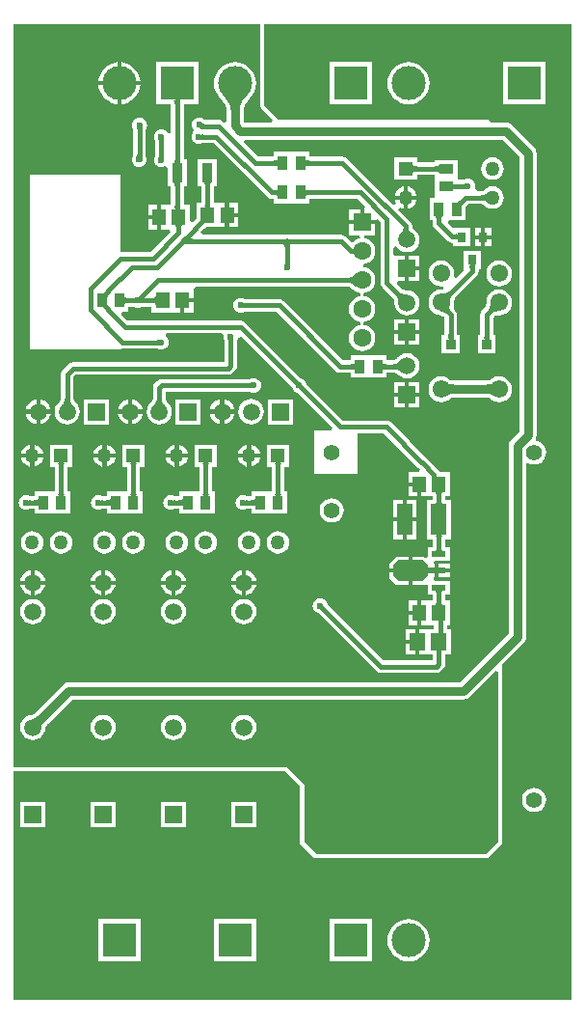
<source format=gbl>
G04*
G04 #@! TF.GenerationSoftware,Altium Limited,Altium Designer,20.1.8 (145)*
G04*
G04 Layer_Physical_Order=2*
G04 Layer_Color=16711680*
%FSLAX25Y25*%
%MOIN*%
G70*
G04*
G04 #@! TF.SameCoordinates,C1F37BB6-5B76-4B97-91C3-AF8EDC61D9EA*
G04*
G04*
G04 #@! TF.FilePolarity,Positive*
G04*
G01*
G75*
%ADD13R,0.06299X0.06299*%
%ADD14C,0.06299*%
%ADD31C,0.03150*%
%ADD32C,0.01575*%
%ADD33C,0.02362*%
%ADD35R,0.05906X0.05906*%
%ADD36C,0.05906*%
%ADD37C,0.04961*%
%ADD38R,0.04961X0.04961*%
%ADD39C,0.05600*%
%ADD40C,0.06102*%
%ADD41R,0.11811X0.11811*%
%ADD42C,0.11811*%
%ADD43R,0.05906X0.05906*%
%ADD44C,0.05937*%
%ADD45R,0.05937X0.05937*%
%ADD46R,0.04961X0.04961*%
%ADD47C,0.02362*%
%ADD48R,0.03378X0.04969*%
%ADD49R,0.03150X0.03543*%
%ADD50R,0.03543X0.03740*%
%ADD51R,0.03764X0.06528*%
%ADD52R,0.04921X0.05709*%
%ADD53R,0.04969X0.03378*%
%ADD54R,0.05512X0.05906*%
%ADD55R,0.05512X0.11024*%
G04:AMPARAMS|DCode=56|XSize=70.87mil|YSize=118.11mil|CornerRadius=0mil|HoleSize=0mil|Usage=FLASHONLY|Rotation=90.000|XOffset=0mil|YOffset=0mil|HoleType=Round|Shape=Octagon|*
%AMOCTAGOND56*
4,1,8,-0.05906,-0.01772,-0.05906,0.01772,-0.04134,0.03543,0.04134,0.03543,0.05906,0.01772,0.05906,-0.01772,0.04134,-0.03543,-0.04134,-0.03543,-0.05906,-0.01772,0.0*
%
%ADD56OCTAGOND56*%

%ADD57R,0.06299X0.01968*%
%ADD58R,0.04724X0.01968*%
G36*
X81148Y312781D02*
X80713Y312279D01*
X80329Y311777D01*
X79996Y311276D01*
X79715Y310774D01*
X79484Y310272D01*
X79305Y309770D01*
X79177Y309269D01*
X79100Y308767D01*
X79075Y308265D01*
X75925D01*
X75900Y308767D01*
X75823Y309269D01*
X75695Y309770D01*
X75516Y310272D01*
X75285Y310774D01*
X75004Y311276D01*
X74671Y311777D01*
X74287Y312279D01*
X73852Y312781D01*
X73366Y313283D01*
X81634D01*
X81148Y312781D01*
D02*
G37*
G36*
X86095Y310000D02*
X86202Y309462D01*
X86506Y309007D01*
X90535Y304978D01*
X90121Y303978D01*
X80579D01*
X80478Y304079D01*
Y308199D01*
X80500Y308625D01*
X80556Y308988D01*
X80650Y309360D01*
X80787Y309742D01*
X80968Y310136D01*
X81196Y310543D01*
X81473Y310961D01*
X81802Y311391D01*
X82184Y311831D01*
X82612Y312273D01*
X82675Y312325D01*
X83585Y313434D01*
X84262Y314699D01*
X84678Y316072D01*
X84819Y317500D01*
X84678Y318928D01*
X84262Y320301D01*
X83585Y321566D01*
X82675Y322675D01*
X81566Y323585D01*
X80301Y324262D01*
X78928Y324678D01*
X77500Y324819D01*
X76072Y324678D01*
X74699Y324262D01*
X73434Y323585D01*
X72325Y322675D01*
X71415Y321566D01*
X70738Y320301D01*
X70322Y318928D01*
X70181Y317500D01*
X70322Y316072D01*
X70738Y314699D01*
X71415Y313434D01*
X72325Y312325D01*
X72388Y312273D01*
X72816Y311831D01*
X73198Y311391D01*
X73527Y310962D01*
X73804Y310543D01*
X74032Y310136D01*
X74213Y309742D01*
X74350Y309360D01*
X74444Y308988D01*
X74500Y308625D01*
X74522Y308199D01*
Y304407D01*
X73598Y304024D01*
X73330Y304292D01*
X72614Y304771D01*
X71769Y304939D01*
X66959D01*
X66950Y304950D01*
X66416Y305360D01*
X65793Y305618D01*
X65125Y305706D01*
X64457Y305618D01*
X63834Y305360D01*
X63300Y304950D01*
X62890Y304416D01*
X62632Y303793D01*
X62544Y303125D01*
X62632Y302457D01*
X62890Y301834D01*
X63300Y301300D01*
X62842Y300391D01*
X62765Y300291D01*
X62507Y299668D01*
X62419Y299000D01*
X62507Y298332D01*
X62765Y297709D01*
X63175Y297175D01*
X63709Y296765D01*
X64332Y296507D01*
X65000Y296419D01*
X65668Y296507D01*
X66291Y296765D01*
X66326Y296792D01*
X66334Y296792D01*
X70086D01*
X88692Y278186D01*
X89408Y277707D01*
X90253Y277539D01*
X90874D01*
Y275885D01*
X103126D01*
Y277539D01*
X119839D01*
X122426Y274951D01*
X122109Y274185D01*
Y270189D01*
X126105D01*
X126871Y270506D01*
X127792Y269585D01*
Y248610D01*
X127960Y247766D01*
X128439Y247049D01*
X132215Y243273D01*
X132251Y243224D01*
X132315Y243117D01*
X132375Y242991D01*
X132429Y242843D01*
X132478Y242671D01*
X132518Y242474D01*
X132547Y242250D01*
X132565Y242001D01*
X132569Y241756D01*
X132559Y241683D01*
X132708Y240552D01*
X133145Y239499D01*
X133839Y238594D01*
X134743Y237900D01*
X135797Y237464D01*
X136927Y237315D01*
X138058Y237464D01*
X139111Y237900D01*
X140016Y238594D01*
X140710Y239499D01*
X141147Y240552D01*
X141296Y241683D01*
X141147Y242813D01*
X140710Y243867D01*
X140016Y244772D01*
X139111Y245466D01*
X138058Y245902D01*
X136927Y246051D01*
X136854Y246041D01*
X136610Y246045D01*
X136360Y246063D01*
X136137Y246093D01*
X135940Y246133D01*
X135768Y246181D01*
X135620Y246236D01*
X135494Y246295D01*
X135387Y246359D01*
X135338Y246395D01*
X133592Y248141D01*
X134006Y249141D01*
X136239D01*
Y253471D01*
Y257802D01*
X133208D01*
X132597Y257802D01*
X132208Y258641D01*
Y260533D01*
X133096Y261206D01*
X133208Y261205D01*
X133839Y260383D01*
X134743Y259688D01*
X135797Y259252D01*
X136927Y259103D01*
X138058Y259252D01*
X139111Y259688D01*
X140016Y260383D01*
X140710Y261287D01*
X141147Y262341D01*
X141296Y263471D01*
X141147Y264602D01*
X140710Y265655D01*
X140016Y266560D01*
X139595Y266883D01*
X139511Y266980D01*
X139300Y267143D01*
X139156Y267272D01*
X139039Y267394D01*
X138948Y267509D01*
X138878Y267617D01*
X138826Y267718D01*
X138787Y267815D01*
X138761Y267914D01*
X138752Y267968D01*
Y268131D01*
X138726Y268264D01*
X138728Y268288D01*
X138709Y268347D01*
X138584Y268976D01*
X138106Y269692D01*
X133967Y273831D01*
X134554Y274630D01*
X135493Y274241D01*
X135811Y274199D01*
Y277311D01*
X132699D01*
X132741Y276993D01*
X133130Y276054D01*
X132331Y275467D01*
X123537Y284261D01*
X123537Y284261D01*
X116237Y291561D01*
X115521Y292040D01*
X114676Y292208D01*
X103126D01*
Y293863D01*
X90874D01*
Y292208D01*
X85414D01*
X80524Y297098D01*
X80907Y298022D01*
X169921D01*
X175822Y292121D01*
Y197247D01*
X173064Y194489D01*
X172590Y193872D01*
X172293Y193154D01*
X172191Y192383D01*
Y127565D01*
X155227Y110601D01*
X20001D01*
X19230Y110499D01*
X18512Y110202D01*
X17895Y109728D01*
X8358Y100191D01*
X8352Y100188D01*
X8144Y99985D01*
X7768Y99655D01*
X7630Y99548D01*
X7505Y99462D01*
X7407Y99403D01*
X7343Y99371D01*
X7332Y99367D01*
X7302Y99364D01*
X7241Y99344D01*
X6406Y99235D01*
X5348Y98797D01*
X4440Y98100D01*
X3744Y97192D01*
X3306Y96135D01*
X3156Y95000D01*
X3306Y93865D01*
X3744Y92808D01*
X4440Y91900D01*
X5348Y91203D01*
X6406Y90765D01*
X7540Y90616D01*
X8675Y90765D01*
X9732Y91203D01*
X10640Y91900D01*
X11337Y92808D01*
X11775Y93865D01*
X11924Y95000D01*
X11910Y95109D01*
X11910Y95120D01*
X11932Y95168D01*
X11981Y95257D01*
X12058Y95374D01*
X12154Y95504D01*
X12472Y95873D01*
X12670Y96077D01*
X12673Y96083D01*
X12697Y96107D01*
X12697Y96107D01*
X12698Y96107D01*
X21235Y104644D01*
X156461D01*
X157231Y104746D01*
X157950Y105043D01*
X158567Y105516D01*
X167671Y114621D01*
X168595Y114238D01*
X168595Y55582D01*
X164418Y51405D01*
X105582D01*
X101405Y55582D01*
X101405Y75000D01*
X101298Y75538D01*
X100993Y75993D01*
X95993Y80993D01*
X95538Y81298D01*
X95000Y81405D01*
X1003Y81405D01*
Y337997D01*
X86095D01*
X86095Y310000D01*
D02*
G37*
G36*
X66212Y303604D02*
X66242Y303586D01*
X66284Y303570D01*
X66339Y303556D01*
X66408Y303545D01*
X66584Y303528D01*
X66813Y303520D01*
X66947Y303519D01*
Y301944D01*
X65645Y302064D01*
X66196Y303623D01*
X66212Y303604D01*
D02*
G37*
G36*
X65858Y299819D02*
X65886Y299813D01*
X65927Y299807D01*
X66049Y299797D01*
X66454Y299788D01*
X66589Y299787D01*
Y298213D01*
X65843Y298173D01*
Y299827D01*
X65858Y299819D01*
D02*
G37*
G36*
X101740Y291425D02*
X101788Y291291D01*
X101867Y291173D01*
X101978Y291071D01*
X102121Y290984D01*
X102295Y290913D01*
X102502Y290858D01*
X102740Y290819D01*
X103010Y290795D01*
X103311Y290787D01*
Y289213D01*
X103010Y289205D01*
X102740Y289181D01*
X102502Y289142D01*
X102295Y289087D01*
X102121Y289016D01*
X101978Y288929D01*
X101867Y288827D01*
X101788Y288709D01*
X101740Y288575D01*
X101724Y288425D01*
Y291575D01*
X101740Y291425D01*
D02*
G37*
G36*
X92276Y288425D02*
X92260Y288575D01*
X92212Y288709D01*
X92133Y288827D01*
X92022Y288929D01*
X91879Y289016D01*
X91704Y289087D01*
X91498Y289142D01*
X91260Y289181D01*
X90990Y289205D01*
X90689Y289213D01*
Y290787D01*
X90990Y290795D01*
X91260Y290819D01*
X91498Y290858D01*
X91704Y290913D01*
X91879Y290984D01*
X92022Y291071D01*
X92133Y291173D01*
X92212Y291291D01*
X92260Y291425D01*
X92276Y291575D01*
Y288425D01*
D02*
G37*
G36*
X101740Y281172D02*
X101788Y281038D01*
X101867Y280920D01*
X101978Y280818D01*
X102121Y280731D01*
X102295Y280660D01*
X102502Y280605D01*
X102740Y280566D01*
X103010Y280542D01*
X103311Y280534D01*
Y278960D01*
X103010Y278952D01*
X102740Y278928D01*
X102502Y278889D01*
X102295Y278834D01*
X102121Y278763D01*
X101978Y278676D01*
X101867Y278574D01*
X101788Y278456D01*
X101740Y278322D01*
X101724Y278172D01*
Y281322D01*
X101740Y281172D01*
D02*
G37*
G36*
X92276Y278172D02*
X92260Y278322D01*
X92212Y278456D01*
X92133Y278574D01*
X92022Y278676D01*
X91879Y278763D01*
X91704Y278834D01*
X91498Y278889D01*
X91260Y278928D01*
X90990Y278952D01*
X90689Y278960D01*
Y280534D01*
X90990Y280542D01*
X91260Y280566D01*
X91498Y280605D01*
X91704Y280660D01*
X91879Y280731D01*
X92022Y280818D01*
X92133Y280920D01*
X92212Y281038D01*
X92260Y281172D01*
X92276Y281322D01*
Y278172D01*
D02*
G37*
G36*
X137345Y267872D02*
X137385Y267620D01*
X137451Y267376D01*
X137543Y267139D01*
X137662Y266909D01*
X137807Y266686D01*
X137979Y266471D01*
X138177Y266263D01*
X138401Y266062D01*
X138652Y265868D01*
X134645Y265344D01*
X134856Y265614D01*
X135212Y266149D01*
X135357Y266413D01*
X135479Y266675D01*
X135579Y266935D01*
X135657Y267193D01*
X135713Y267448D01*
X135746Y267702D01*
X135757Y267954D01*
X137332Y268131D01*
X137345Y267872D01*
D02*
G37*
G36*
X134406Y245336D02*
X134610Y245186D01*
X134833Y245054D01*
X135074Y244940D01*
X135332Y244844D01*
X135609Y244766D01*
X135904Y244706D01*
X136217Y244665D01*
X136549Y244641D01*
X136898Y244636D01*
X133975Y241712D01*
X133969Y242062D01*
X133946Y242393D01*
X133904Y242706D01*
X133844Y243001D01*
X133766Y243278D01*
X133670Y243537D01*
X133556Y243778D01*
X133424Y244000D01*
X133274Y244205D01*
X133106Y244391D01*
X134219Y245505D01*
X134406Y245336D01*
D02*
G37*
G36*
X193696Y1003D02*
X1003D01*
Y80000D01*
X95000Y80000D01*
X100000Y75000D01*
X100000Y55000D01*
X105000Y50000D01*
X165000D01*
X170000Y55000D01*
X170000Y116950D01*
X177275Y124225D01*
X177275Y124225D01*
X177749Y124842D01*
X178046Y125560D01*
X178148Y126331D01*
Y186298D01*
X178596Y186519D01*
X178815Y186351D01*
X179832Y185930D01*
X180922Y185786D01*
X182013Y185930D01*
X183029Y186351D01*
X183902Y187020D01*
X184572Y187893D01*
X184993Y188909D01*
X185136Y190000D01*
X184993Y191091D01*
X184572Y192107D01*
X183902Y192980D01*
X183029Y193649D01*
X182013Y194070D01*
X181629Y194121D01*
X181432Y194651D01*
X181677Y195243D01*
X181779Y196014D01*
X181778Y196014D01*
Y293355D01*
X181677Y294126D01*
X181379Y294844D01*
X180906Y295461D01*
X180906Y295461D01*
X173261Y303106D01*
X172644Y303579D01*
X171926Y303877D01*
X171155Y303978D01*
X166022D01*
X165000Y305000D01*
X92500Y305000D01*
X87500Y310000D01*
X87500Y337997D01*
X193696D01*
Y1003D01*
D02*
G37*
G36*
X11660Y97054D02*
X11434Y96821D01*
X11056Y96383D01*
X10904Y96178D01*
X10776Y95982D01*
X10673Y95796D01*
X10595Y95619D01*
X10540Y95451D01*
X10511Y95293D01*
X10505Y95144D01*
X7456Y97967D01*
X7597Y97983D01*
X7749Y98022D01*
X7911Y98085D01*
X8083Y98171D01*
X8266Y98280D01*
X8459Y98413D01*
X8662Y98570D01*
X9098Y98953D01*
X9331Y99180D01*
X11660Y97054D01*
D02*
G37*
%LPC*%
G36*
X38189Y324751D02*
Y318189D01*
X44751D01*
X44678Y318928D01*
X44262Y320301D01*
X43585Y321566D01*
X42675Y322675D01*
X41566Y323585D01*
X40301Y324262D01*
X38928Y324678D01*
X38189Y324751D01*
D02*
G37*
G36*
X36811D02*
X36072Y324678D01*
X34699Y324262D01*
X33434Y323585D01*
X32325Y322675D01*
X31415Y321566D01*
X30738Y320301D01*
X30322Y318928D01*
X30249Y318189D01*
X36811D01*
Y324751D01*
D02*
G37*
G36*
X44751Y316811D02*
X38189D01*
Y310249D01*
X38928Y310322D01*
X40301Y310738D01*
X41566Y311415D01*
X42675Y312325D01*
X43585Y313434D01*
X44262Y314699D01*
X44678Y316072D01*
X44751Y316811D01*
D02*
G37*
G36*
X36811D02*
X30249D01*
X30322Y316072D01*
X30738Y314699D01*
X31415Y313434D01*
X32325Y312325D01*
X33434Y311415D01*
X34699Y310738D01*
X36072Y310322D01*
X36811Y310249D01*
Y316811D01*
D02*
G37*
G36*
X64784Y324783D02*
X50217D01*
Y310216D01*
X55292D01*
Y300352D01*
X54292Y300153D01*
X54235Y300291D01*
X53825Y300825D01*
X53291Y301235D01*
X52668Y301493D01*
X52000Y301581D01*
X51332Y301493D01*
X50709Y301235D01*
X50175Y300825D01*
X49765Y300291D01*
X49507Y299668D01*
X49419Y299000D01*
X49507Y298332D01*
X49765Y297709D01*
X49792Y297674D01*
X49792Y297666D01*
Y292326D01*
X49765Y292291D01*
X49507Y291668D01*
X49419Y291000D01*
X49507Y290332D01*
X49765Y289709D01*
X50175Y289175D01*
X50709Y288765D01*
X51332Y288507D01*
X52000Y288419D01*
X52668Y288507D01*
X53290Y288765D01*
X54240Y288233D01*
Y281858D01*
X55292D01*
Y275539D01*
X51996D01*
Y271307D01*
Y267075D01*
X54756D01*
X55170Y266075D01*
X48219Y259123D01*
X38035D01*
X38000Y259208D01*
Y286000D01*
X6500D01*
Y225500D01*
X37500D01*
Y225500D01*
X38500Y225821D01*
X38646Y225792D01*
X50674D01*
X50709Y225765D01*
X51332Y225507D01*
X52000Y225419D01*
X52668Y225507D01*
X53291Y225765D01*
X53825Y226175D01*
X54235Y226709D01*
X54493Y227332D01*
X54581Y228000D01*
X54493Y228668D01*
X54235Y229291D01*
X53825Y229825D01*
X53417Y230139D01*
X53449Y230591D01*
X53694Y231139D01*
X72712D01*
X73437Y230139D01*
X73419Y230000D01*
X73507Y229332D01*
X73765Y228709D01*
X73792Y228674D01*
X73792Y228666D01*
Y221208D01*
X21422D01*
X20578Y221040D01*
X19861Y220561D01*
X17890Y218590D01*
X17411Y217873D01*
X17243Y217028D01*
Y208513D01*
X17234Y208453D01*
X17203Y208332D01*
X17156Y208201D01*
X17091Y208058D01*
X17003Y207902D01*
X16892Y207734D01*
X16755Y207555D01*
X16591Y207366D01*
X16421Y207191D01*
X16362Y207146D01*
X15668Y206241D01*
X15232Y205188D01*
X15083Y204057D01*
X15232Y202927D01*
X15668Y201873D01*
X16362Y200968D01*
X17267Y200274D01*
X18320Y199838D01*
X19451Y199689D01*
X20582Y199838D01*
X21635Y200274D01*
X22540Y200968D01*
X23234Y201873D01*
X23670Y202927D01*
X23819Y204057D01*
X23670Y205188D01*
X23234Y206241D01*
X22540Y207146D01*
X22481Y207191D01*
X22311Y207366D01*
X22147Y207555D01*
X22010Y207734D01*
X21899Y207902D01*
X21811Y208058D01*
X21746Y208201D01*
X21699Y208332D01*
X21668Y208453D01*
X21659Y208513D01*
Y216114D01*
X22337Y216792D01*
X75077D01*
X75922Y216960D01*
X76639Y217439D01*
X77561Y218361D01*
X78040Y219078D01*
X78208Y219922D01*
Y228674D01*
X78235Y228709D01*
X78493Y229332D01*
X78534Y229642D01*
X79438Y230037D01*
X79549Y230042D01*
X97107Y212483D01*
X97113Y212438D01*
X97371Y211816D01*
X97781Y211281D01*
X98316Y210871D01*
X98938Y210613D01*
X98982Y210607D01*
X98988Y210602D01*
X111166Y198424D01*
X110784Y197500D01*
X105000D01*
Y182500D01*
X120000D01*
Y196644D01*
X128918D01*
X133848Y191715D01*
X134265Y191090D01*
X140259Y185096D01*
X140883Y184679D01*
X141406Y184156D01*
X141023Y183232D01*
X137469D01*
Y179689D01*
X141307D01*
Y179000D01*
X141996D01*
Y174768D01*
X145792D01*
Y173729D01*
X143866D01*
Y159949D01*
X145792D01*
Y157373D01*
X144260D01*
Y154054D01*
X143336Y153671D01*
X142980Y154027D01*
X138847D01*
Y149106D01*
Y144184D01*
X142980D01*
X143336Y144540D01*
X144260Y144157D01*
Y140838D01*
X145792D01*
Y138754D01*
X141996D01*
Y134522D01*
Y130290D01*
X146292D01*
Y128796D01*
X141209D01*
Y124466D01*
Y120135D01*
X145792D01*
Y118208D01*
X128837D01*
X109396Y137649D01*
X109394Y137668D01*
X109136Y138291D01*
X108725Y138825D01*
X108191Y139235D01*
X107568Y139493D01*
X106900Y139581D01*
X106232Y139493D01*
X105610Y139235D01*
X105075Y138825D01*
X104665Y138291D01*
X104407Y137668D01*
X104319Y137000D01*
X104407Y136332D01*
X104665Y135709D01*
X105075Y135175D01*
X105610Y134765D01*
X106232Y134507D01*
X106303Y134497D01*
X126361Y114439D01*
X127078Y113960D01*
X127922Y113792D01*
X147078D01*
X147922Y113960D01*
X148639Y114439D01*
X149561Y115361D01*
X150040Y116078D01*
X150208Y116922D01*
Y120135D01*
X152134D01*
Y128796D01*
X150708D01*
Y130290D01*
X151839D01*
Y138754D01*
X150208D01*
Y140838D01*
X151740D01*
Y145562D01*
X146671D01*
X146137Y146562D01*
X146258Y146743D01*
X146524D01*
Y149106D01*
Y151468D01*
X146258D01*
X146137Y151649D01*
X146671Y152649D01*
X151740D01*
Y157373D01*
X150208D01*
Y159949D01*
X152134D01*
Y173729D01*
X150208D01*
Y174768D01*
X151839D01*
Y183232D01*
X148346D01*
X147888Y183919D01*
X143588Y188219D01*
X142964Y188636D01*
X137804Y193795D01*
X137387Y194420D01*
X131394Y200413D01*
X130677Y200892D01*
X129832Y201060D01*
X114775D01*
X102105Y213730D01*
X102100Y213774D01*
X101842Y214397D01*
X101431Y214931D01*
X100897Y215342D01*
X100274Y215599D01*
X100230Y215605D01*
X100224Y215611D01*
X80927Y234908D01*
X80211Y235386D01*
X79366Y235554D01*
X40332D01*
X38173Y237714D01*
X38555Y238637D01*
X40567D01*
Y240292D01*
X42674D01*
X42709Y240265D01*
X43332Y240007D01*
X44000Y239919D01*
X44668Y240007D01*
X45291Y240265D01*
X45326Y240292D01*
X45334Y240292D01*
X48661D01*
Y238268D01*
X58504D01*
Y242500D01*
X59193D01*
Y243189D01*
X63032D01*
Y246732D01*
X63800Y247292D01*
X116637D01*
X116710Y247280D01*
X116841Y247245D01*
X116987Y247191D01*
X117149Y247114D01*
X117327Y247011D01*
X117501Y246893D01*
X117955Y246518D01*
X118138Y246340D01*
X118191Y246271D01*
X119137Y245545D01*
X120238Y245089D01*
X120881Y245004D01*
Y243996D01*
X120238Y243911D01*
X119137Y243455D01*
X118191Y242729D01*
X117465Y241783D01*
X117009Y240682D01*
X116853Y239500D01*
X117009Y238318D01*
X117465Y237217D01*
X118191Y236271D01*
X119137Y235545D01*
X120238Y235089D01*
X120881Y235004D01*
Y233996D01*
X120238Y233911D01*
X119137Y233455D01*
X118191Y232729D01*
X117465Y231783D01*
X117009Y230682D01*
X116853Y229500D01*
X117009Y228318D01*
X117465Y227217D01*
X118191Y226271D01*
X119137Y225545D01*
X120238Y225089D01*
X121420Y224933D01*
X122602Y225089D01*
X123703Y225545D01*
X124649Y226271D01*
X125375Y227217D01*
X125831Y228318D01*
X125987Y229500D01*
X125831Y230682D01*
X125375Y231783D01*
X124649Y232729D01*
X123703Y233455D01*
X122602Y233911D01*
X121959Y233996D01*
Y235004D01*
X122602Y235089D01*
X123703Y235545D01*
X124649Y236271D01*
X125375Y237217D01*
X125831Y238318D01*
X125987Y239500D01*
X125831Y240682D01*
X125375Y241783D01*
X124649Y242729D01*
X123703Y243455D01*
X122602Y243911D01*
X121959Y243996D01*
Y245004D01*
X122602Y245089D01*
X123703Y245545D01*
X124649Y246271D01*
X125375Y247217D01*
X125831Y248318D01*
X125987Y249500D01*
X125831Y250682D01*
X125375Y251783D01*
X124649Y252729D01*
X123703Y253455D01*
X122602Y253911D01*
X121959Y253996D01*
Y255004D01*
X122602Y255089D01*
X123703Y255545D01*
X124649Y256271D01*
X125375Y257217D01*
X125831Y258318D01*
X125987Y259500D01*
X125831Y260682D01*
X125375Y261783D01*
X124649Y262729D01*
X123703Y263455D01*
X122602Y263911D01*
X122135Y263972D01*
X122201Y264972D01*
X125947D01*
Y268811D01*
X121420D01*
X116892D01*
Y264972D01*
X120639D01*
X120705Y263972D01*
X120238Y263911D01*
X119137Y263455D01*
X118191Y262729D01*
X117560Y262688D01*
X115686Y264561D01*
X114970Y265040D01*
X114125Y265208D01*
X66030D01*
X65648Y266132D01*
X66836Y267320D01*
X67096Y267562D01*
X67299Y267725D01*
X67361Y267768D01*
X67763D01*
X67778Y267765D01*
X67794Y267768D01*
X74004D01*
Y272000D01*
Y276232D01*
X70149D01*
Y281858D01*
X71201D01*
Y291142D01*
X64682D01*
Y281858D01*
X65734D01*
Y276232D01*
X64161D01*
Y271400D01*
X64158Y271385D01*
X64161Y271370D01*
Y270967D01*
X64129Y270921D01*
X63777Y270505D01*
X62762Y269491D01*
X61839Y269874D01*
Y275539D01*
X59708D01*
Y281858D01*
X60760D01*
Y291142D01*
X59708D01*
Y310216D01*
X64784D01*
Y324783D01*
D02*
G37*
G36*
X44500Y305581D02*
X43832Y305493D01*
X43209Y305235D01*
X42675Y304825D01*
X42265Y304291D01*
X42007Y303668D01*
X41919Y303000D01*
X42007Y302332D01*
X42190Y301889D01*
Y292542D01*
X42060Y292373D01*
X41802Y291751D01*
X41715Y291083D01*
X41802Y290415D01*
X42060Y289792D01*
X42471Y289258D01*
X43005Y288847D01*
X43628Y288589D01*
X44296Y288502D01*
X44964Y288589D01*
X45586Y288847D01*
X46121Y289258D01*
X46531Y289792D01*
X46789Y290415D01*
X46877Y291083D01*
X46789Y291751D01*
X46606Y292193D01*
Y301540D01*
X46735Y301709D01*
X46993Y302332D01*
X47081Y303000D01*
X46993Y303668D01*
X46735Y304291D01*
X46325Y304825D01*
X45791Y305235D01*
X45168Y305493D01*
X44500Y305581D01*
D02*
G37*
G36*
X166500Y291892D02*
X165493Y291759D01*
X164554Y291370D01*
X163748Y290752D01*
X163130Y289946D01*
X162741Y289007D01*
X162608Y288000D01*
X162741Y286993D01*
X163130Y286054D01*
X163748Y285248D01*
X164554Y284630D01*
X165493Y284241D01*
X166500Y284108D01*
X167507Y284241D01*
X168446Y284630D01*
X169252Y285248D01*
X169870Y286054D01*
X170259Y286993D01*
X170392Y288000D01*
X170259Y289007D01*
X169870Y289946D01*
X169252Y290752D01*
X168446Y291370D01*
X167507Y291759D01*
X166500Y291892D01*
D02*
G37*
G36*
X140358Y291858D02*
X132642D01*
Y284142D01*
X140358D01*
Y285792D01*
X146637D01*
Y278815D01*
X146637D01*
X146522Y277863D01*
X144933D01*
Y270138D01*
X145792D01*
Y269153D01*
X145960Y268308D01*
X146439Y267592D01*
X151092Y262939D01*
X151808Y262460D01*
X152653Y262292D01*
X152869D01*
Y261191D01*
X158775D01*
Y267490D01*
X152869D01*
X152869Y267490D01*
Y267490D01*
X152166Y268110D01*
X151138Y269138D01*
X151552Y270138D01*
X157185D01*
Y274170D01*
X157200Y274245D01*
X157185Y274321D01*
Y274660D01*
X157222Y274714D01*
X157573Y275128D01*
X158237Y275792D01*
X162842D01*
X162867Y275789D01*
X162965Y275768D01*
X163062Y275737D01*
X163161Y275697D01*
X163263Y275645D01*
X163371Y275579D01*
X163484Y275497D01*
X163602Y275398D01*
X163722Y275283D01*
X163748Y275248D01*
X164554Y274630D01*
X165493Y274241D01*
X166500Y274108D01*
X167507Y274241D01*
X168446Y274630D01*
X169252Y275248D01*
X169870Y276054D01*
X170259Y276993D01*
X170392Y278000D01*
X170259Y279007D01*
X169870Y279946D01*
X169252Y280752D01*
X168446Y281370D01*
X167507Y281759D01*
X166500Y281892D01*
X165493Y281759D01*
X164554Y281370D01*
X163748Y280752D01*
X163722Y280717D01*
X163602Y280602D01*
X163484Y280503D01*
X163371Y280421D01*
X163263Y280355D01*
X163161Y280303D01*
X163062Y280263D01*
X162965Y280232D01*
X162867Y280211D01*
X162842Y280208D01*
X161040D01*
X160442Y281208D01*
X160493Y281332D01*
X160581Y282000D01*
X160493Y282668D01*
X160235Y283291D01*
X159825Y283825D01*
X159291Y284235D01*
X158668Y284493D01*
X158000Y284581D01*
X157332Y284493D01*
X156709Y284235D01*
X156558Y284119D01*
X154362D01*
Y291067D01*
X146637D01*
Y290208D01*
X140358D01*
Y291858D01*
D02*
G37*
G36*
X137189Y281801D02*
Y278689D01*
X140301D01*
X140259Y279007D01*
X139870Y279946D01*
X139252Y280752D01*
X138446Y281370D01*
X137507Y281759D01*
X137189Y281801D01*
D02*
G37*
G36*
X135811D02*
X135493Y281759D01*
X134554Y281370D01*
X133748Y280752D01*
X133130Y279946D01*
X132741Y279007D01*
X132699Y278689D01*
X135811D01*
Y281801D01*
D02*
G37*
G36*
X140301Y277311D02*
X137189D01*
Y274199D01*
X137507Y274241D01*
X138446Y274630D01*
X139252Y275248D01*
X139870Y276054D01*
X140259Y276993D01*
X140301Y277311D01*
D02*
G37*
G36*
X78531Y276232D02*
X75382D01*
Y272689D01*
X78531D01*
Y276232D01*
D02*
G37*
G36*
X50618Y275539D02*
X47469D01*
Y271996D01*
X50618D01*
Y275539D01*
D02*
G37*
G36*
X120731Y274028D02*
X116892D01*
Y270189D01*
X120731D01*
Y274028D01*
D02*
G37*
G36*
X78531Y271311D02*
X75382D01*
Y267768D01*
X78531D01*
Y271311D01*
D02*
G37*
G36*
X50618Y270618D02*
X47469D01*
Y267075D01*
X50618D01*
Y270618D01*
D02*
G37*
G36*
X166255Y267490D02*
X163991D01*
Y265030D01*
X166255D01*
Y267490D01*
D02*
G37*
G36*
X162613D02*
X160350D01*
Y265030D01*
X162613D01*
Y267490D01*
D02*
G37*
G36*
X166255Y263652D02*
X163991D01*
Y261191D01*
X166255D01*
Y263652D01*
D02*
G37*
G36*
X162613D02*
X160350D01*
Y261191D01*
X162613D01*
Y263652D01*
D02*
G37*
G36*
X137617Y257802D02*
Y254160D01*
X141258D01*
Y257802D01*
X137617D01*
D02*
G37*
G36*
X162515Y259616D02*
X156610D01*
Y254887D01*
X156604Y254869D01*
X156610Y254800D01*
Y254778D01*
X156595Y254701D01*
X156610Y254628D01*
Y253317D01*
X156610D01*
X156775Y252916D01*
X153991Y250131D01*
X153137Y250684D01*
X153289Y251841D01*
X153137Y252997D01*
X152691Y254074D01*
X151981Y254999D01*
X151056Y255710D01*
X149978Y256156D01*
X148822Y256308D01*
X147666Y256156D01*
X146589Y255710D01*
X145663Y254999D01*
X144953Y254074D01*
X144507Y252997D01*
X144355Y251841D01*
X144507Y250684D01*
X144953Y249607D01*
X145663Y248682D01*
X146589Y247972D01*
X147666Y247526D01*
X148822Y247373D01*
X149065Y247405D01*
X149092Y247395D01*
X149417Y247088D01*
X149669Y246476D01*
X149558Y246336D01*
X149430Y246320D01*
X149162Y246301D01*
X148902Y246298D01*
X148822Y246308D01*
X147666Y246156D01*
X146589Y245709D01*
X145663Y245000D01*
X144953Y244074D01*
X144507Y242997D01*
X144355Y241841D01*
X144507Y240684D01*
X144953Y239607D01*
X145663Y238682D01*
X146589Y237972D01*
X147666Y237526D01*
X147757Y237513D01*
X148448Y237324D01*
X148711Y237237D01*
X149228Y237029D01*
X149412Y236939D01*
X149579Y236845D01*
X149716Y236755D01*
X149768Y236716D01*
X149914Y236570D01*
Y230589D01*
X148972D01*
Y224093D01*
X155271D01*
Y230589D01*
X154329D01*
Y237484D01*
X154161Y238329D01*
X153682Y239045D01*
X153199Y239528D01*
X153167Y239574D01*
X153124Y239654D01*
X153090Y239741D01*
X153064Y239841D01*
X153047Y239961D01*
X153042Y240106D01*
X153052Y240278D01*
X153081Y240479D01*
X153116Y240632D01*
X153137Y240684D01*
X153289Y241841D01*
X153279Y241920D01*
X153283Y242180D01*
X153301Y242449D01*
X153332Y242689D01*
X153374Y242902D01*
X153425Y243087D01*
X153482Y243246D01*
X153545Y243379D01*
X153611Y243492D01*
X153650Y243547D01*
X161061Y250957D01*
X161540Y251674D01*
X161708Y252519D01*
Y253317D01*
X162515D01*
Y259616D01*
D02*
G37*
G36*
X141258Y252782D02*
X137617D01*
Y249141D01*
X141258D01*
Y252782D01*
D02*
G37*
G36*
X168822Y256308D02*
X167666Y256156D01*
X166588Y255710D01*
X165663Y254999D01*
X164953Y254074D01*
X164507Y252997D01*
X164355Y251841D01*
X164507Y250684D01*
X164953Y249607D01*
X165663Y248682D01*
X166588Y247972D01*
X167666Y247526D01*
X168822Y247373D01*
X169978Y247526D01*
X171056Y247972D01*
X171981Y248682D01*
X172691Y249607D01*
X173137Y250684D01*
X173290Y251841D01*
X173137Y252997D01*
X172691Y254074D01*
X171981Y254999D01*
X171056Y255710D01*
X169978Y256156D01*
X168822Y256308D01*
D02*
G37*
G36*
X63032Y241811D02*
X59882D01*
Y238268D01*
X63032D01*
Y241811D01*
D02*
G37*
G36*
X168822Y246308D02*
X167666Y246156D01*
X166588Y245709D01*
X165663Y245000D01*
X164953Y244074D01*
X164507Y242997D01*
X164355Y241841D01*
X164365Y241761D01*
X164361Y241501D01*
X164343Y241232D01*
X164312Y240992D01*
X164270Y240779D01*
X164219Y240594D01*
X164162Y240436D01*
X164100Y240302D01*
X164034Y240190D01*
X163994Y240135D01*
X162962Y239103D01*
X162483Y238386D01*
X162315Y237541D01*
Y230589D01*
X161373D01*
Y224093D01*
X167673D01*
Y230589D01*
X166731D01*
Y236627D01*
X167116Y237013D01*
X167171Y237052D01*
X167283Y237118D01*
X167417Y237180D01*
X167576Y237238D01*
X167761Y237289D01*
X167973Y237331D01*
X168214Y237362D01*
X168482Y237380D01*
X168743Y237384D01*
X168822Y237373D01*
X169978Y237526D01*
X171056Y237972D01*
X171981Y238682D01*
X172691Y239607D01*
X173137Y240684D01*
X173290Y241841D01*
X173137Y242997D01*
X172691Y244074D01*
X171981Y245000D01*
X171056Y245709D01*
X169978Y246156D01*
X168822Y246308D01*
D02*
G37*
G36*
X141258Y236014D02*
X137616D01*
Y232372D01*
X141258D01*
Y236014D01*
D02*
G37*
G36*
X136239D02*
X132597D01*
Y232372D01*
X136239D01*
Y236014D01*
D02*
G37*
G36*
X141258Y230994D02*
X137616D01*
Y227352D01*
X141258D01*
Y230994D01*
D02*
G37*
G36*
X136239D02*
X132597D01*
Y227352D01*
X136239D01*
Y230994D01*
D02*
G37*
G36*
X79500Y243368D02*
X78832Y243280D01*
X78209Y243022D01*
X77675Y242612D01*
X77265Y242077D01*
X77007Y241455D01*
X76919Y240787D01*
X77007Y240119D01*
X77265Y239496D01*
X77675Y238962D01*
X78209Y238552D01*
X78832Y238294D01*
X79500Y238206D01*
X80168Y238294D01*
X80791Y238552D01*
X80826Y238579D01*
X80834Y238579D01*
X91799D01*
X112241Y218136D01*
X112958Y217658D01*
X113803Y217490D01*
X117571D01*
Y215835D01*
X129824D01*
Y217490D01*
X132538D01*
X132600Y217480D01*
X132730Y217449D01*
X132875Y217401D01*
X133034Y217333D01*
X133207Y217244D01*
X133378Y217141D01*
X133819Y216819D01*
X134051Y216622D01*
X134153Y216564D01*
X134743Y216112D01*
X135797Y215675D01*
X136927Y215527D01*
X138058Y215675D01*
X139111Y216112D01*
X140016Y216806D01*
X140710Y217711D01*
X141147Y218764D01*
X141296Y219895D01*
X141147Y221025D01*
X140710Y222079D01*
X140016Y222983D01*
X139111Y223678D01*
X138058Y224114D01*
X136927Y224263D01*
X135797Y224114D01*
X134743Y223678D01*
X133839Y222983D01*
X133697Y222799D01*
X133645Y222760D01*
X133444Y222539D01*
X133278Y222377D01*
X133119Y222242D01*
X132971Y222134D01*
X132833Y222051D01*
X132706Y221988D01*
X132588Y221944D01*
X132478Y221914D01*
X132420Y221905D01*
X129824D01*
Y223560D01*
X117571D01*
Y221905D01*
X114717D01*
X94274Y242348D01*
X93558Y242827D01*
X92713Y242995D01*
X80826D01*
X80791Y243022D01*
X80168Y243280D01*
X79500Y243368D01*
D02*
G37*
G36*
X168822Y216308D02*
X167666Y216156D01*
X166588Y215709D01*
X165663Y215000D01*
X165650Y214982D01*
X165643Y214978D01*
X165572Y214951D01*
X165462Y214920D01*
X165314Y214888D01*
X165145Y214863D01*
X164645Y214825D01*
X164354Y214820D01*
X164348Y214819D01*
X153296D01*
X153290Y214820D01*
X153000Y214825D01*
X152500Y214863D01*
X152331Y214888D01*
X152182Y214920D01*
X152072Y214951D01*
X152002Y214978D01*
X151995Y214982D01*
X151981Y215000D01*
X151056Y215709D01*
X149978Y216156D01*
X148822Y216308D01*
X147666Y216156D01*
X146589Y215709D01*
X145663Y215000D01*
X144953Y214074D01*
X144507Y212997D01*
X144355Y211841D01*
X144507Y210684D01*
X144953Y209607D01*
X145663Y208682D01*
X146589Y207972D01*
X147666Y207525D01*
X148822Y207373D01*
X149978Y207525D01*
X151056Y207972D01*
X151981Y208682D01*
X151995Y208699D01*
X152002Y208703D01*
X152072Y208730D01*
X152182Y208762D01*
X152331Y208793D01*
X152500Y208818D01*
X153000Y208856D01*
X153290Y208861D01*
X153296Y208862D01*
X164348D01*
X164354Y208861D01*
X164645Y208856D01*
X165145Y208818D01*
X165314Y208793D01*
X165462Y208762D01*
X165572Y208730D01*
X165643Y208703D01*
X165650Y208699D01*
X165663Y208682D01*
X166588Y207972D01*
X167666Y207525D01*
X168822Y207373D01*
X169978Y207525D01*
X171056Y207972D01*
X171981Y208682D01*
X172691Y209607D01*
X173137Y210684D01*
X173290Y211841D01*
X173137Y212997D01*
X172691Y214074D01*
X171981Y215000D01*
X171056Y215709D01*
X169978Y216156D01*
X168822Y216308D01*
D02*
G37*
G36*
X141258Y214225D02*
X137617D01*
Y210584D01*
X141258D01*
Y214225D01*
D02*
G37*
G36*
X136239D02*
X132597D01*
Y210584D01*
X136239D01*
Y214225D01*
D02*
G37*
G36*
X83858Y215723D02*
X83190Y215635D01*
X82568Y215377D01*
X82532Y215350D01*
X82524Y215350D01*
X52162D01*
X51317Y215181D01*
X50601Y214703D01*
X49678Y213780D01*
X49200Y213064D01*
X49031Y212219D01*
Y208513D01*
X49022Y208453D01*
X48992Y208332D01*
X48945Y208201D01*
X48879Y208058D01*
X48792Y207902D01*
X48680Y207734D01*
X48543Y207555D01*
X48379Y207366D01*
X48209Y207191D01*
X48151Y207146D01*
X47456Y206241D01*
X47020Y205188D01*
X46871Y204057D01*
X47020Y202927D01*
X47456Y201873D01*
X48151Y200968D01*
X49055Y200274D01*
X50109Y199838D01*
X51239Y199689D01*
X52370Y199838D01*
X53423Y200274D01*
X54328Y200968D01*
X55022Y201873D01*
X55458Y202927D01*
X55607Y204057D01*
X55458Y205188D01*
X55022Y206241D01*
X54328Y207146D01*
X54269Y207191D01*
X54099Y207366D01*
X53935Y207555D01*
X53798Y207734D01*
X53687Y207902D01*
X53600Y208058D01*
X53534Y208201D01*
X53487Y208332D01*
X53456Y208453D01*
X53447Y208513D01*
Y210934D01*
X82532D01*
X82568Y210906D01*
X83190Y210649D01*
X83858Y210561D01*
X84526Y210649D01*
X85149Y210906D01*
X85683Y211317D01*
X86094Y211851D01*
X86351Y212474D01*
X86439Y213142D01*
X86351Y213810D01*
X86094Y214432D01*
X85683Y214967D01*
X85149Y215377D01*
X84526Y215635D01*
X83858Y215723D01*
D02*
G37*
G36*
X141258Y209206D02*
X137617D01*
Y205564D01*
X141258D01*
Y209206D01*
D02*
G37*
G36*
X136239D02*
X132597D01*
Y205564D01*
X136239D01*
Y209206D01*
D02*
G37*
G36*
X73716Y208334D02*
Y204746D01*
X77305D01*
X77247Y205188D01*
X76810Y206241D01*
X76116Y207146D01*
X75212Y207840D01*
X74158Y208276D01*
X73716Y208334D01*
D02*
G37*
G36*
X10140D02*
Y204746D01*
X13728D01*
X13670Y205188D01*
X13234Y206241D01*
X12540Y207146D01*
X11635Y207840D01*
X10582Y208276D01*
X10140Y208334D01*
D02*
G37*
G36*
X41928D02*
Y204746D01*
X45517D01*
X45458Y205188D01*
X45022Y206241D01*
X44328Y207146D01*
X43423Y207840D01*
X42370Y208276D01*
X41928Y208334D01*
D02*
G37*
G36*
X8762D02*
X8320Y208276D01*
X7267Y207840D01*
X6362Y207146D01*
X5668Y206241D01*
X5232Y205188D01*
X5174Y204746D01*
X8762D01*
Y208334D01*
D02*
G37*
G36*
X72339D02*
X71897Y208276D01*
X70843Y207840D01*
X69939Y207146D01*
X69245Y206241D01*
X68808Y205188D01*
X68750Y204746D01*
X72339D01*
Y208334D01*
D02*
G37*
G36*
X40550D02*
X40109Y208276D01*
X39055Y207840D01*
X38151Y207146D01*
X37456Y206241D01*
X37020Y205188D01*
X36962Y204746D01*
X40550D01*
Y208334D01*
D02*
G37*
G36*
X77305Y203368D02*
X73716D01*
Y199780D01*
X74158Y199838D01*
X75212Y200274D01*
X76116Y200968D01*
X76810Y201873D01*
X77247Y202927D01*
X77305Y203368D01*
D02*
G37*
G36*
X45517D02*
X41928D01*
Y199780D01*
X42370Y199838D01*
X43423Y200274D01*
X44328Y200968D01*
X45022Y201873D01*
X45458Y202927D01*
X45517Y203368D01*
D02*
G37*
G36*
X13728D02*
X10140D01*
Y199780D01*
X10582Y199838D01*
X11635Y200274D01*
X12540Y200968D01*
X13234Y201873D01*
X13670Y202927D01*
X13728Y203368D01*
D02*
G37*
G36*
X72339D02*
X68750D01*
X68808Y202927D01*
X69245Y201873D01*
X69939Y200968D01*
X70843Y200274D01*
X71897Y199838D01*
X72339Y199780D01*
Y203368D01*
D02*
G37*
G36*
X40550D02*
X36962D01*
X37020Y202927D01*
X37456Y201873D01*
X38151Y200968D01*
X39055Y200274D01*
X40109Y199838D01*
X40550Y199780D01*
Y203368D01*
D02*
G37*
G36*
X8762D02*
X5174D01*
X5232Y202927D01*
X5668Y201873D01*
X6362Y200968D01*
X7267Y200274D01*
X8320Y199838D01*
X8762Y199780D01*
Y203368D01*
D02*
G37*
G36*
X97358Y208388D02*
X88697D01*
Y199726D01*
X97358D01*
Y208388D01*
D02*
G37*
G36*
X65570D02*
X56909D01*
Y199726D01*
X65570D01*
Y208388D01*
D02*
G37*
G36*
X33782D02*
X25120D01*
Y199726D01*
X33782D01*
Y208388D01*
D02*
G37*
G36*
X83027Y208425D02*
X81897Y208276D01*
X80844Y207840D01*
X79939Y207146D01*
X79245Y206241D01*
X78808Y205188D01*
X78659Y204057D01*
X78808Y202927D01*
X79245Y201873D01*
X79939Y200968D01*
X80844Y200274D01*
X81897Y199838D01*
X83027Y199689D01*
X84158Y199838D01*
X85212Y200274D01*
X86116Y200968D01*
X86810Y201873D01*
X87247Y202927D01*
X87396Y204057D01*
X87247Y205188D01*
X86810Y206241D01*
X86116Y207146D01*
X85212Y207840D01*
X84158Y208276D01*
X83027Y208425D01*
D02*
G37*
G36*
X83028Y192676D02*
Y189564D01*
X86139D01*
X86098Y189882D01*
X85709Y190821D01*
X85090Y191627D01*
X84284Y192245D01*
X83346Y192634D01*
X83028Y192676D01*
D02*
G37*
G36*
X58028D02*
Y189564D01*
X61139D01*
X61098Y189882D01*
X60709Y190821D01*
X60090Y191627D01*
X59284Y192245D01*
X58346Y192634D01*
X58028Y192676D01*
D02*
G37*
G36*
X33028D02*
Y189564D01*
X36139D01*
X36097Y189882D01*
X35709Y190821D01*
X35090Y191627D01*
X34284Y192245D01*
X33346Y192634D01*
X33028Y192676D01*
D02*
G37*
G36*
X8028D02*
Y189564D01*
X11139D01*
X11097Y189882D01*
X10709Y190821D01*
X10090Y191627D01*
X9284Y192245D01*
X8346Y192634D01*
X8028Y192676D01*
D02*
G37*
G36*
X81650D02*
X81331Y192634D01*
X80393Y192245D01*
X79587Y191627D01*
X78968Y190821D01*
X78580Y189882D01*
X78538Y189564D01*
X81650D01*
Y192676D01*
D02*
G37*
G36*
X56650D02*
X56331Y192634D01*
X55393Y192245D01*
X54587Y191627D01*
X53968Y190821D01*
X53580Y189882D01*
X53538Y189564D01*
X56650D01*
Y192676D01*
D02*
G37*
G36*
X31650D02*
X31331Y192634D01*
X30393Y192245D01*
X29587Y191627D01*
X28968Y190821D01*
X28580Y189882D01*
X28538Y189564D01*
X31650D01*
Y192676D01*
D02*
G37*
G36*
X6650D02*
X6331Y192634D01*
X5393Y192245D01*
X4587Y191627D01*
X3968Y190821D01*
X3580Y189882D01*
X3538Y189564D01*
X6650D01*
Y192676D01*
D02*
G37*
G36*
X86139Y188186D02*
X83028D01*
Y185074D01*
X83346Y185116D01*
X84284Y185505D01*
X85090Y186123D01*
X85709Y186929D01*
X86098Y187868D01*
X86139Y188186D01*
D02*
G37*
G36*
X61139D02*
X58028D01*
Y185074D01*
X58346Y185116D01*
X59284Y185505D01*
X60090Y186123D01*
X60709Y186929D01*
X61098Y187868D01*
X61139Y188186D01*
D02*
G37*
G36*
X36139D02*
X33028D01*
Y185074D01*
X33346Y185116D01*
X34284Y185505D01*
X35090Y186123D01*
X35709Y186929D01*
X36097Y187868D01*
X36139Y188186D01*
D02*
G37*
G36*
X11139D02*
X8028D01*
Y185074D01*
X8346Y185116D01*
X9284Y185505D01*
X10090Y186123D01*
X10709Y186929D01*
X11097Y187868D01*
X11139Y188186D01*
D02*
G37*
G36*
X81650D02*
X78538D01*
X78580Y187868D01*
X78968Y186929D01*
X79587Y186123D01*
X80393Y185505D01*
X81331Y185116D01*
X81650Y185074D01*
Y188186D01*
D02*
G37*
G36*
X56650D02*
X53538D01*
X53580Y187868D01*
X53968Y186929D01*
X54587Y186123D01*
X55393Y185505D01*
X56331Y185116D01*
X56650Y185074D01*
Y188186D01*
D02*
G37*
G36*
X31650D02*
X28538D01*
X28580Y187868D01*
X28968Y186929D01*
X29587Y186123D01*
X30393Y185505D01*
X31331Y185116D01*
X31650Y185074D01*
Y188186D01*
D02*
G37*
G36*
X6650D02*
X3538D01*
X3580Y187868D01*
X3968Y186929D01*
X4587Y186123D01*
X5393Y185505D01*
X6331Y185116D01*
X6650Y185074D01*
Y188186D01*
D02*
G37*
G36*
X96197Y192733D02*
X88480D01*
Y185017D01*
X90131D01*
Y176562D01*
X83153D01*
Y174908D01*
X81526D01*
X81491Y174935D01*
X80868Y175193D01*
X80200Y175281D01*
X79532Y175193D01*
X78909Y174935D01*
X78375Y174525D01*
X77965Y173991D01*
X77707Y173368D01*
X77619Y172700D01*
X77707Y172032D01*
X77965Y171409D01*
X78375Y170875D01*
X78909Y170465D01*
X79532Y170207D01*
X80200Y170119D01*
X80868Y170207D01*
X81491Y170465D01*
X81526Y170492D01*
X81534Y170492D01*
X83153D01*
Y168837D01*
X95406D01*
Y176562D01*
X94546D01*
Y185017D01*
X96197D01*
Y192733D01*
D02*
G37*
G36*
X71197D02*
X63480D01*
Y185017D01*
X65131D01*
Y176562D01*
X58153D01*
Y174908D01*
X56526D01*
X56491Y174935D01*
X55868Y175193D01*
X55200Y175281D01*
X54532Y175193D01*
X53909Y174935D01*
X53375Y174525D01*
X52965Y173991D01*
X52707Y173368D01*
X52619Y172700D01*
X52707Y172032D01*
X52965Y171409D01*
X53375Y170875D01*
X53909Y170465D01*
X54532Y170207D01*
X55200Y170119D01*
X55868Y170207D01*
X56491Y170465D01*
X56526Y170492D01*
X56534Y170492D01*
X58153D01*
Y168837D01*
X70406D01*
Y176562D01*
X69546D01*
Y185017D01*
X71197D01*
Y192733D01*
D02*
G37*
G36*
X46197D02*
X38480D01*
Y185017D01*
X40131D01*
Y176562D01*
X33153D01*
Y174908D01*
X31526D01*
X31491Y174935D01*
X30868Y175193D01*
X30200Y175281D01*
X29532Y175193D01*
X28909Y174935D01*
X28375Y174525D01*
X27965Y173991D01*
X27707Y173368D01*
X27619Y172700D01*
X27707Y172032D01*
X27965Y171409D01*
X28375Y170875D01*
X28909Y170465D01*
X29532Y170207D01*
X30200Y170119D01*
X30868Y170207D01*
X31491Y170465D01*
X31526Y170492D01*
X31534Y170492D01*
X33153D01*
Y168837D01*
X45406D01*
Y176562D01*
X44546D01*
Y185017D01*
X46197D01*
Y192733D01*
D02*
G37*
G36*
X21197D02*
X13480D01*
Y185017D01*
X15131D01*
Y176562D01*
X8153D01*
Y174908D01*
X6526D01*
X6491Y174935D01*
X5868Y175193D01*
X5200Y175281D01*
X4532Y175193D01*
X3909Y174935D01*
X3375Y174525D01*
X2965Y173991D01*
X2707Y173368D01*
X2619Y172700D01*
X2707Y172032D01*
X2965Y171409D01*
X3375Y170875D01*
X3909Y170465D01*
X4532Y170207D01*
X5200Y170119D01*
X5868Y170207D01*
X6491Y170465D01*
X6526Y170492D01*
X6534Y170492D01*
X8153D01*
Y168837D01*
X20406D01*
Y176562D01*
X19546D01*
Y185017D01*
X21197D01*
Y192733D01*
D02*
G37*
G36*
X140618Y178311D02*
X137469D01*
Y174768D01*
X140618D01*
Y178311D01*
D02*
G37*
G36*
X140323Y173729D02*
X136878D01*
Y167528D01*
X140323D01*
Y173729D01*
D02*
G37*
G36*
X135500D02*
X132055D01*
Y167528D01*
X135500D01*
Y173729D01*
D02*
G37*
G36*
X110922Y174214D02*
X109832Y174070D01*
X108815Y173649D01*
X107942Y172980D01*
X107273Y172107D01*
X106852Y171091D01*
X106708Y170000D01*
X106852Y168909D01*
X107273Y167893D01*
X107942Y167020D01*
X108815Y166351D01*
X109832Y165930D01*
X110922Y165786D01*
X112013Y165930D01*
X113029Y166351D01*
X113902Y167020D01*
X114572Y167893D01*
X114993Y168909D01*
X115136Y170000D01*
X114993Y171091D01*
X114572Y172107D01*
X113902Y172980D01*
X113029Y173649D01*
X112013Y174070D01*
X110922Y174214D01*
D02*
G37*
G36*
X140323Y166150D02*
X136878D01*
Y159949D01*
X140323D01*
Y166150D01*
D02*
G37*
G36*
X135500D02*
X132055D01*
Y159949D01*
X135500D01*
Y166150D01*
D02*
G37*
G36*
X92339Y162767D02*
X91331Y162634D01*
X90393Y162245D01*
X89587Y161627D01*
X88968Y160821D01*
X88580Y159882D01*
X88447Y158875D01*
X88580Y157868D01*
X88968Y156929D01*
X89587Y156123D01*
X90393Y155505D01*
X91331Y155116D01*
X92339Y154983D01*
X93346Y155116D01*
X94284Y155505D01*
X95090Y156123D01*
X95709Y156929D01*
X96097Y157868D01*
X96230Y158875D01*
X96097Y159882D01*
X95709Y160821D01*
X95090Y161627D01*
X94284Y162245D01*
X93346Y162634D01*
X92339Y162767D01*
D02*
G37*
G36*
X82339D02*
X81331Y162634D01*
X80393Y162245D01*
X79587Y161627D01*
X78968Y160821D01*
X78580Y159882D01*
X78447Y158875D01*
X78580Y157868D01*
X78968Y156929D01*
X79587Y156123D01*
X80393Y155505D01*
X81331Y155116D01*
X82339Y154983D01*
X83346Y155116D01*
X84284Y155505D01*
X85090Y156123D01*
X85709Y156929D01*
X86098Y157868D01*
X86230Y158875D01*
X86098Y159882D01*
X85709Y160821D01*
X85090Y161627D01*
X84284Y162245D01*
X83346Y162634D01*
X82339Y162767D01*
D02*
G37*
G36*
X67339D02*
X66331Y162634D01*
X65393Y162245D01*
X64587Y161627D01*
X63968Y160821D01*
X63580Y159882D01*
X63447Y158875D01*
X63580Y157868D01*
X63968Y156929D01*
X64587Y156123D01*
X65393Y155505D01*
X66331Y155116D01*
X67339Y154983D01*
X68346Y155116D01*
X69284Y155505D01*
X70090Y156123D01*
X70709Y156929D01*
X71097Y157868D01*
X71230Y158875D01*
X71097Y159882D01*
X70709Y160821D01*
X70090Y161627D01*
X69284Y162245D01*
X68346Y162634D01*
X67339Y162767D01*
D02*
G37*
G36*
X57339D02*
X56331Y162634D01*
X55393Y162245D01*
X54587Y161627D01*
X53968Y160821D01*
X53580Y159882D01*
X53447Y158875D01*
X53580Y157868D01*
X53968Y156929D01*
X54587Y156123D01*
X55393Y155505D01*
X56331Y155116D01*
X57339Y154983D01*
X58346Y155116D01*
X59284Y155505D01*
X60090Y156123D01*
X60709Y156929D01*
X61098Y157868D01*
X61230Y158875D01*
X61098Y159882D01*
X60709Y160821D01*
X60090Y161627D01*
X59284Y162245D01*
X58346Y162634D01*
X57339Y162767D01*
D02*
G37*
G36*
X42339D02*
X41331Y162634D01*
X40393Y162245D01*
X39587Y161627D01*
X38968Y160821D01*
X38580Y159882D01*
X38447Y158875D01*
X38580Y157868D01*
X38968Y156929D01*
X39587Y156123D01*
X40393Y155505D01*
X41331Y155116D01*
X42339Y154983D01*
X43346Y155116D01*
X44284Y155505D01*
X45090Y156123D01*
X45709Y156929D01*
X46097Y157868D01*
X46230Y158875D01*
X46097Y159882D01*
X45709Y160821D01*
X45090Y161627D01*
X44284Y162245D01*
X43346Y162634D01*
X42339Y162767D01*
D02*
G37*
G36*
X32339D02*
X31331Y162634D01*
X30393Y162245D01*
X29587Y161627D01*
X28968Y160821D01*
X28580Y159882D01*
X28447Y158875D01*
X28580Y157868D01*
X28968Y156929D01*
X29587Y156123D01*
X30393Y155505D01*
X31331Y155116D01*
X32339Y154983D01*
X33346Y155116D01*
X34284Y155505D01*
X35090Y156123D01*
X35709Y156929D01*
X36097Y157868D01*
X36230Y158875D01*
X36097Y159882D01*
X35709Y160821D01*
X35090Y161627D01*
X34284Y162245D01*
X33346Y162634D01*
X32339Y162767D01*
D02*
G37*
G36*
X17339D02*
X16331Y162634D01*
X15393Y162245D01*
X14587Y161627D01*
X13968Y160821D01*
X13580Y159882D01*
X13447Y158875D01*
X13580Y157868D01*
X13968Y156929D01*
X14587Y156123D01*
X15393Y155505D01*
X16331Y155116D01*
X17339Y154983D01*
X18346Y155116D01*
X19284Y155505D01*
X20090Y156123D01*
X20709Y156929D01*
X21098Y157868D01*
X21230Y158875D01*
X21098Y159882D01*
X20709Y160821D01*
X20090Y161627D01*
X19284Y162245D01*
X18346Y162634D01*
X17339Y162767D01*
D02*
G37*
G36*
X7339D02*
X6331Y162634D01*
X5393Y162245D01*
X4587Y161627D01*
X3968Y160821D01*
X3580Y159882D01*
X3447Y158875D01*
X3580Y157868D01*
X3968Y156929D01*
X4587Y156123D01*
X5393Y155505D01*
X6331Y155116D01*
X7339Y154983D01*
X8346Y155116D01*
X9284Y155505D01*
X10090Y156123D01*
X10709Y156929D01*
X11097Y157868D01*
X11230Y158875D01*
X11097Y159882D01*
X10709Y160821D01*
X10090Y161627D01*
X9284Y162245D01*
X8346Y162634D01*
X7339Y162767D01*
D02*
G37*
G36*
X151740Y151468D02*
X147902D01*
Y149794D01*
X151740D01*
Y151468D01*
D02*
G37*
G36*
X137469Y154027D02*
X133335D01*
X130874Y151566D01*
Y149794D01*
X137469D01*
Y154027D01*
D02*
G37*
G36*
X151740Y148417D02*
X147902D01*
Y146743D01*
X151740D01*
Y148417D01*
D02*
G37*
G36*
X81189Y149293D02*
Y145689D01*
X84793D01*
X84735Y146135D01*
X84297Y147192D01*
X83600Y148100D01*
X82692Y148797D01*
X81635Y149235D01*
X81189Y149293D01*
D02*
G37*
G36*
X56869D02*
Y145689D01*
X60473D01*
X60415Y146135D01*
X59977Y147192D01*
X59280Y148100D01*
X58372Y148797D01*
X57315Y149235D01*
X56869Y149293D01*
D02*
G37*
G36*
X32549D02*
Y145689D01*
X36154D01*
X36095Y146135D01*
X35657Y147192D01*
X34960Y148100D01*
X34052Y148797D01*
X32995Y149235D01*
X32549Y149293D01*
D02*
G37*
G36*
X8229D02*
Y145689D01*
X11834D01*
X11775Y146135D01*
X11337Y147192D01*
X10640Y148100D01*
X9732Y148797D01*
X8675Y149235D01*
X8229Y149293D01*
D02*
G37*
G36*
X55491D02*
X55045Y149235D01*
X53988Y148797D01*
X53080Y148100D01*
X52384Y147192D01*
X51946Y146135D01*
X51887Y145689D01*
X55491D01*
Y149293D01*
D02*
G37*
G36*
X31171D02*
X30726Y149235D01*
X29668Y148797D01*
X28760Y148100D01*
X28064Y147192D01*
X27626Y146135D01*
X27567Y145689D01*
X31171D01*
Y149293D01*
D02*
G37*
G36*
X79811D02*
X79365Y149235D01*
X78308Y148797D01*
X77400Y148100D01*
X76703Y147192D01*
X76265Y146135D01*
X76207Y145689D01*
X79811D01*
Y149293D01*
D02*
G37*
G36*
X6851D02*
X6406Y149235D01*
X5348Y148797D01*
X4440Y148100D01*
X3744Y147192D01*
X3306Y146135D01*
X3247Y145689D01*
X6851D01*
Y149293D01*
D02*
G37*
G36*
X137469Y148417D02*
X130874D01*
Y146645D01*
X133335Y144184D01*
X137469D01*
Y148417D01*
D02*
G37*
G36*
X84793Y144311D02*
X81189D01*
Y140707D01*
X81635Y140765D01*
X82692Y141203D01*
X83600Y141900D01*
X84297Y142808D01*
X84735Y143865D01*
X84793Y144311D01*
D02*
G37*
G36*
X60473D02*
X56869D01*
Y140707D01*
X57315Y140765D01*
X58372Y141203D01*
X59280Y141900D01*
X59977Y142808D01*
X60415Y143865D01*
X60473Y144311D01*
D02*
G37*
G36*
X36154D02*
X32549D01*
Y140707D01*
X32995Y140765D01*
X34052Y141203D01*
X34960Y141900D01*
X35657Y142808D01*
X36095Y143865D01*
X36154Y144311D01*
D02*
G37*
G36*
X11834D02*
X8229D01*
Y140707D01*
X8675Y140765D01*
X9732Y141203D01*
X10640Y141900D01*
X11337Y142808D01*
X11775Y143865D01*
X11834Y144311D01*
D02*
G37*
G36*
X55491D02*
X51887D01*
X51946Y143865D01*
X52384Y142808D01*
X53080Y141900D01*
X53988Y141203D01*
X55045Y140765D01*
X55491Y140707D01*
Y144311D01*
D02*
G37*
G36*
X31171D02*
X27567D01*
X27626Y143865D01*
X28064Y142808D01*
X28760Y141900D01*
X29668Y141203D01*
X30726Y140765D01*
X31171Y140707D01*
Y144311D01*
D02*
G37*
G36*
X6851D02*
X3247D01*
X3306Y143865D01*
X3744Y142808D01*
X4440Y141900D01*
X5348Y141203D01*
X6406Y140765D01*
X6851Y140707D01*
Y144311D01*
D02*
G37*
G36*
X79811D02*
X76207D01*
X76265Y143865D01*
X76703Y142808D01*
X77400Y141900D01*
X78308Y141203D01*
X79365Y140765D01*
X79811Y140707D01*
Y144311D01*
D02*
G37*
G36*
X140618Y138754D02*
X137469D01*
Y135211D01*
X140618D01*
Y138754D01*
D02*
G37*
G36*
X80500Y139384D02*
X79365Y139235D01*
X78308Y138797D01*
X77400Y138100D01*
X76703Y137192D01*
X76265Y136135D01*
X76116Y135000D01*
X76265Y133865D01*
X76703Y132808D01*
X77400Y131900D01*
X78308Y131203D01*
X79365Y130765D01*
X80500Y130616D01*
X81635Y130765D01*
X82692Y131203D01*
X83600Y131900D01*
X84297Y132808D01*
X84735Y133865D01*
X84884Y135000D01*
X84735Y136135D01*
X84297Y137192D01*
X83600Y138100D01*
X82692Y138797D01*
X81635Y139235D01*
X80500Y139384D01*
D02*
G37*
G36*
X56180D02*
X55045Y139235D01*
X53988Y138797D01*
X53080Y138100D01*
X52384Y137192D01*
X51946Y136135D01*
X51796Y135000D01*
X51946Y133865D01*
X52384Y132808D01*
X53080Y131900D01*
X53988Y131203D01*
X55045Y130765D01*
X56180Y130616D01*
X57315Y130765D01*
X58372Y131203D01*
X59280Y131900D01*
X59977Y132808D01*
X60415Y133865D01*
X60564Y135000D01*
X60415Y136135D01*
X59977Y137192D01*
X59280Y138100D01*
X58372Y138797D01*
X57315Y139235D01*
X56180Y139384D01*
D02*
G37*
G36*
X31860D02*
X30726Y139235D01*
X29668Y138797D01*
X28760Y138100D01*
X28064Y137192D01*
X27626Y136135D01*
X27476Y135000D01*
X27626Y133865D01*
X28064Y132808D01*
X28760Y131900D01*
X29668Y131203D01*
X30726Y130765D01*
X31860Y130616D01*
X32995Y130765D01*
X34052Y131203D01*
X34960Y131900D01*
X35657Y132808D01*
X36095Y133865D01*
X36244Y135000D01*
X36095Y136135D01*
X35657Y137192D01*
X34960Y138100D01*
X34052Y138797D01*
X32995Y139235D01*
X31860Y139384D01*
D02*
G37*
G36*
X7540D02*
X6406Y139235D01*
X5348Y138797D01*
X4440Y138100D01*
X3744Y137192D01*
X3306Y136135D01*
X3156Y135000D01*
X3306Y133865D01*
X3744Y132808D01*
X4440Y131900D01*
X5348Y131203D01*
X6406Y130765D01*
X7540Y130616D01*
X8675Y130765D01*
X9732Y131203D01*
X10640Y131900D01*
X11337Y132808D01*
X11775Y133865D01*
X11924Y135000D01*
X11775Y136135D01*
X11337Y137192D01*
X10640Y138100D01*
X9732Y138797D01*
X8675Y139235D01*
X7540Y139384D01*
D02*
G37*
G36*
X140618Y133833D02*
X137469D01*
Y130290D01*
X140618D01*
Y133833D01*
D02*
G37*
G36*
X139831Y128796D02*
X136386D01*
Y125155D01*
X139831D01*
Y128796D01*
D02*
G37*
G36*
Y123777D02*
X136386D01*
Y120135D01*
X139831D01*
Y123777D01*
D02*
G37*
G36*
X80500Y99384D02*
X79365Y99235D01*
X78308Y98797D01*
X77400Y98100D01*
X76703Y97192D01*
X76265Y96135D01*
X76116Y95000D01*
X76265Y93865D01*
X76703Y92808D01*
X77400Y91900D01*
X78308Y91203D01*
X79365Y90765D01*
X80500Y90616D01*
X81635Y90765D01*
X82692Y91203D01*
X83600Y91900D01*
X84297Y92808D01*
X84735Y93865D01*
X84884Y95000D01*
X84735Y96135D01*
X84297Y97192D01*
X83600Y98100D01*
X82692Y98797D01*
X81635Y99235D01*
X80500Y99384D01*
D02*
G37*
G36*
X56180D02*
X55045Y99235D01*
X53988Y98797D01*
X53080Y98100D01*
X52384Y97192D01*
X51946Y96135D01*
X51796Y95000D01*
X51946Y93865D01*
X52384Y92808D01*
X53080Y91900D01*
X53988Y91203D01*
X55045Y90765D01*
X56180Y90616D01*
X57315Y90765D01*
X58372Y91203D01*
X59280Y91900D01*
X59977Y92808D01*
X60415Y93865D01*
X60564Y95000D01*
X60415Y96135D01*
X59977Y97192D01*
X59280Y98100D01*
X58372Y98797D01*
X57315Y99235D01*
X56180Y99384D01*
D02*
G37*
G36*
X31860D02*
X30726Y99235D01*
X29668Y98797D01*
X28760Y98100D01*
X28064Y97192D01*
X27626Y96135D01*
X27476Y95000D01*
X27626Y93865D01*
X28064Y92808D01*
X28760Y91900D01*
X29668Y91203D01*
X30726Y90765D01*
X31860Y90616D01*
X32995Y90765D01*
X34052Y91203D01*
X34960Y91900D01*
X35657Y92808D01*
X36095Y93865D01*
X36244Y95000D01*
X36095Y96135D01*
X35657Y97192D01*
X34960Y98100D01*
X34052Y98797D01*
X32995Y99235D01*
X31860Y99384D01*
D02*
G37*
%LPD*%
G36*
X58925Y311591D02*
X58791Y311543D01*
X58673Y311465D01*
X58571Y311354D01*
X58484Y311213D01*
X58413Y311040D01*
X58358Y310835D01*
X58319Y310599D01*
X58295Y310331D01*
X58287Y310032D01*
X56713D01*
X56705Y310331D01*
X56681Y310599D01*
X56642Y310835D01*
X56587Y311040D01*
X56516Y311213D01*
X56429Y311354D01*
X56327Y311465D01*
X56209Y311543D01*
X56075Y311591D01*
X55925Y311607D01*
X59075D01*
X58925Y311591D01*
D02*
G37*
G36*
X52819Y298142D02*
X52813Y298114D01*
X52807Y298073D01*
X52797Y297951D01*
X52788Y297546D01*
X52787Y297411D01*
X51213D01*
X51173Y298156D01*
X52827D01*
X52819Y298142D01*
D02*
G37*
G36*
X52827Y291844D02*
X51173D01*
X51181Y291858D01*
X51187Y291886D01*
X51193Y291927D01*
X51203Y292049D01*
X51212Y292454D01*
X51213Y292589D01*
X52787D01*
X52827Y291844D01*
D02*
G37*
G36*
X58295Y291028D02*
X58319Y290760D01*
X58358Y290524D01*
X58413Y290319D01*
X58484Y290146D01*
X58571Y290004D01*
X58673Y289894D01*
X58791Y289815D01*
X58925Y289768D01*
X59075Y289752D01*
X55925D01*
X56075Y289768D01*
X56209Y289815D01*
X56327Y289894D01*
X56429Y290004D01*
X56516Y290146D01*
X56587Y290319D01*
X56642Y290524D01*
X56681Y290760D01*
X56705Y291028D01*
X56713Y291327D01*
X58287D01*
X58295Y291028D01*
D02*
G37*
G36*
X69367Y283244D02*
X69233Y283196D01*
X69115Y283117D01*
X69012Y283006D01*
X68926Y282863D01*
X68855Y282688D01*
X68800Y282482D01*
X68761Y282244D01*
X68737Y281975D01*
X68729Y281673D01*
X67154D01*
X67146Y281975D01*
X67123Y282244D01*
X67083Y282482D01*
X67028Y282688D01*
X66957Y282863D01*
X66871Y283006D01*
X66768Y283117D01*
X66650Y283196D01*
X66516Y283244D01*
X66367Y283260D01*
X69516D01*
X69367Y283244D01*
D02*
G37*
G36*
X58925D02*
X58791Y283196D01*
X58673Y283117D01*
X58571Y283006D01*
X58484Y282863D01*
X58413Y282688D01*
X58358Y282482D01*
X58319Y282244D01*
X58295Y281975D01*
X58287Y281673D01*
X56713D01*
X56705Y281975D01*
X56681Y282244D01*
X56642Y282482D01*
X56587Y282688D01*
X56516Y282863D01*
X56429Y283006D01*
X56327Y283117D01*
X56209Y283196D01*
X56075Y283244D01*
X55925Y283260D01*
X59075D01*
X58925Y283244D01*
D02*
G37*
G36*
X68737Y276116D02*
X68761Y275846D01*
X68800Y275608D01*
X68855Y275402D01*
X68926Y275227D01*
X69012Y275084D01*
X69115Y274973D01*
X69233Y274894D01*
X69367Y274846D01*
X69516Y274830D01*
X66367D01*
X66516Y274846D01*
X66650Y274894D01*
X66768Y274973D01*
X66871Y275084D01*
X66957Y275227D01*
X67028Y275402D01*
X67083Y275608D01*
X67123Y275846D01*
X67146Y276116D01*
X67154Y276417D01*
X68729D01*
X68737Y276116D01*
D02*
G37*
G36*
X58295Y275423D02*
X58319Y275153D01*
X58358Y274915D01*
X58413Y274709D01*
X58484Y274534D01*
X58571Y274391D01*
X58673Y274280D01*
X58791Y274201D01*
X58925Y274153D01*
X59075Y274137D01*
X55925D01*
X56075Y274153D01*
X56209Y274201D01*
X56327Y274280D01*
X56429Y274391D01*
X56516Y274534D01*
X56587Y274709D01*
X56642Y274915D01*
X56681Y275153D01*
X56705Y275423D01*
X56713Y275724D01*
X58287D01*
X58295Y275423D01*
D02*
G37*
G36*
X67778Y269170D02*
X67657Y269257D01*
X67513Y269301D01*
X67347Y269300D01*
X67158Y269254D01*
X66946Y269164D01*
X66712Y269029D01*
X66456Y268849D01*
X66177Y268626D01*
X65551Y268044D01*
X64438Y269158D01*
X64751Y269482D01*
X65243Y270062D01*
X65422Y270319D01*
X65557Y270553D01*
X65648Y270764D01*
X65693Y270953D01*
X65695Y271119D01*
X65651Y271263D01*
X65563Y271385D01*
X67778Y269170D01*
D02*
G37*
G36*
X59425Y268461D02*
X59291Y268413D01*
X59173Y268334D01*
X59071Y268223D01*
X58984Y268080D01*
X58913Y267905D01*
X58858Y267699D01*
X58819Y267461D01*
X58795Y267191D01*
X58787Y266890D01*
X57213D01*
X57205Y267191D01*
X57181Y267461D01*
X57142Y267699D01*
X57087Y267905D01*
X57016Y268080D01*
X56929Y268223D01*
X56827Y268334D01*
X56709Y268413D01*
X56575Y268461D01*
X56425Y268477D01*
X59575D01*
X59425Y268461D01*
D02*
G37*
G36*
X62212Y264689D02*
X62070Y264500D01*
X61982Y264333D01*
X61948Y264188D01*
X61967Y264066D01*
X62040Y263966D01*
X62167Y263888D01*
X62347Y263832D01*
X62581Y263798D01*
X62869Y263787D01*
X61295Y262213D01*
X60984Y262201D01*
X60683Y262168D01*
X60391Y262112D01*
X60109Y262034D01*
X59835Y261934D01*
X59571Y261812D01*
X59316Y261667D01*
X59070Y261500D01*
X58834Y261311D01*
X58606Y261099D01*
X58837Y263557D01*
X59951Y264670D01*
X62408Y264901D01*
X62212Y264689D01*
D02*
G37*
G36*
X97862Y262213D02*
X97563Y262197D01*
X97295Y262150D01*
X97059Y262071D01*
X96854Y261961D01*
X96681Y261819D01*
X96539Y261646D01*
X96429Y261441D01*
X96350Y261205D01*
X96303Y260937D01*
X96287Y260638D01*
X94713D01*
X94697Y260937D01*
X94650Y261205D01*
X94571Y261441D01*
X94461Y261646D01*
X94319Y261819D01*
X94146Y261961D01*
X93941Y262071D01*
X93705Y262150D01*
X93437Y262197D01*
X93138Y262213D01*
X95500Y263787D01*
X97862Y262213D01*
D02*
G37*
G36*
X96327Y254843D02*
X94673D01*
X94681Y254858D01*
X94687Y254886D01*
X94693Y254927D01*
X94703Y255049D01*
X94712Y255454D01*
X94713Y255589D01*
X96287D01*
X96327Y254843D01*
D02*
G37*
G36*
X119171Y247295D02*
X118894Y247565D01*
X118345Y248018D01*
X118073Y248202D01*
X117804Y248358D01*
X117535Y248486D01*
X117269Y248585D01*
X117005Y248656D01*
X116742Y248698D01*
X116481Y248713D01*
Y250287D01*
X116742Y250302D01*
X117005Y250344D01*
X117269Y250415D01*
X117535Y250514D01*
X117804Y250642D01*
X118073Y250798D01*
X118345Y250982D01*
X118619Y251195D01*
X118894Y251435D01*
X119171Y251705D01*
Y247295D01*
D02*
G37*
G36*
X34173Y244972D02*
X33059Y243800D01*
X31887Y244972D01*
X31904Y244978D01*
X31943Y245008D01*
X32005Y245060D01*
X32647Y245676D01*
X33059Y246086D01*
X34173Y244972D01*
D02*
G37*
G36*
X45459Y243288D02*
X45589Y243287D01*
Y243158D01*
X45680Y243067D01*
X45589Y242965D01*
Y241713D01*
X44844Y241673D01*
Y242849D01*
X44012Y243681D01*
X44027Y243686D01*
X44052Y243701D01*
X44085Y243726D01*
X44178Y243806D01*
X44471Y244085D01*
X44567Y244180D01*
X45459Y243288D01*
D02*
G37*
G36*
X43156Y241673D02*
X43142Y241681D01*
X43114Y241687D01*
X43073Y241693D01*
X42951Y241703D01*
X42546Y241712D01*
X42411Y241713D01*
Y243287D01*
X43156Y243327D01*
Y241673D01*
D02*
G37*
G36*
X50063Y240925D02*
X50047Y241075D01*
X50000Y241209D01*
X49921Y241327D01*
X49810Y241429D01*
X49667Y241516D01*
X49492Y241587D01*
X49286Y241642D01*
X49048Y241681D01*
X48778Y241705D01*
X48477Y241713D01*
Y243287D01*
X48778Y243295D01*
X49048Y243319D01*
X49286Y243358D01*
X49492Y243413D01*
X49667Y243484D01*
X49810Y243571D01*
X49921Y243673D01*
X50000Y243791D01*
X50047Y243925D01*
X50063Y244075D01*
Y240925D01*
D02*
G37*
G36*
X39181Y243925D02*
X39229Y243791D01*
X39308Y243673D01*
X39419Y243571D01*
X39562Y243484D01*
X39737Y243413D01*
X39943Y243358D01*
X40181Y243319D01*
X40451Y243295D01*
X40752Y243287D01*
Y241713D01*
X40451Y241705D01*
X40181Y241681D01*
X39943Y241642D01*
X39737Y241587D01*
X39562Y241516D01*
X39419Y241429D01*
X39308Y241327D01*
X39229Y241209D01*
X39181Y241075D01*
X39165Y240925D01*
Y244075D01*
X39181Y243925D01*
D02*
G37*
G36*
X33054Y241184D02*
X33085Y241145D01*
X33139Y241085D01*
X34173Y240027D01*
X33059Y238914D01*
X31887Y240039D01*
X33047Y241200D01*
X33054Y241184D01*
D02*
G37*
G36*
X76819Y229142D02*
X76813Y229114D01*
X76807Y229073D01*
X76797Y228951D01*
X76788Y228546D01*
X76787Y228411D01*
X75213D01*
X75173Y229156D01*
X76827D01*
X76819Y229142D01*
D02*
G37*
G36*
X51157Y227173D02*
X51142Y227181D01*
X51114Y227187D01*
X51073Y227193D01*
X50951Y227203D01*
X50546Y227212D01*
X50411Y227213D01*
Y228787D01*
X51157Y228827D01*
Y227173D01*
D02*
G37*
G36*
X99594Y214287D02*
X98425Y213118D01*
X98420Y213134D01*
X98405Y213158D01*
X98381Y213191D01*
X98301Y213284D01*
X98021Y213578D01*
X97926Y213673D01*
X99040Y214787D01*
X99594Y214287D01*
D02*
G37*
G36*
X100792Y213079D02*
X100807Y213055D01*
X100832Y213021D01*
X100912Y212928D01*
X101192Y212635D01*
X101287Y212540D01*
X100173Y211426D01*
X99618Y211925D01*
X100787Y213094D01*
X100792Y213079D01*
D02*
G37*
G36*
X20251Y208424D02*
X20290Y208173D01*
X20354Y207922D01*
X20443Y207671D01*
X20558Y207420D01*
X20699Y207169D01*
X20865Y206918D01*
X21057Y206667D01*
X21275Y206417D01*
X21518Y206166D01*
X17384D01*
X17627Y206417D01*
X17845Y206667D01*
X18037Y206918D01*
X18203Y207169D01*
X18344Y207420D01*
X18459Y207671D01*
X18548Y207922D01*
X18612Y208173D01*
X18651Y208424D01*
X18664Y208675D01*
X20238D01*
X20251Y208424D01*
D02*
G37*
G36*
X149425Y176154D02*
X149291Y176106D01*
X149173Y176027D01*
X149071Y175916D01*
X148984Y175773D01*
X148913Y175598D01*
X148858Y175392D01*
X148819Y175154D01*
X148795Y174884D01*
X148787Y174583D01*
X147213D01*
X147205Y174884D01*
X147181Y175154D01*
X147142Y175392D01*
X147087Y175598D01*
X147016Y175773D01*
X146929Y175916D01*
X146827Y176027D01*
X146709Y176106D01*
X146575Y176154D01*
X146425Y176170D01*
X149575D01*
X149425Y176154D01*
D02*
G37*
G36*
X148795Y173612D02*
X148819Y173342D01*
X148858Y173104D01*
X148913Y172898D01*
X148984Y172723D01*
X149071Y172581D01*
X149173Y172469D01*
X149291Y172390D01*
X149425Y172343D01*
X149575Y172327D01*
X146425D01*
X146575Y172343D01*
X146709Y172390D01*
X146827Y172469D01*
X146929Y172581D01*
X147016Y172723D01*
X147087Y172898D01*
X147142Y173104D01*
X147181Y173342D01*
X147205Y173612D01*
X147213Y173913D01*
X148787D01*
X148795Y173612D01*
D02*
G37*
G36*
X149425Y161323D02*
X149291Y161276D01*
X149173Y161197D01*
X149071Y161087D01*
X148984Y160945D01*
X148913Y160772D01*
X148858Y160567D01*
X148819Y160331D01*
X148795Y160063D01*
X148787Y159764D01*
X147213D01*
X147205Y160063D01*
X147181Y160331D01*
X147142Y160567D01*
X147087Y160772D01*
X147016Y160945D01*
X146929Y161087D01*
X146827Y161197D01*
X146709Y161276D01*
X146575Y161323D01*
X146425Y161339D01*
X149575D01*
X149425Y161323D01*
D02*
G37*
G36*
X148795Y157257D02*
X148819Y156987D01*
X148858Y156749D01*
X148913Y156543D01*
X148984Y156368D01*
X149071Y156225D01*
X149173Y156114D01*
X149291Y156035D01*
X149425Y155987D01*
X149575Y155971D01*
X146425D01*
X146575Y155987D01*
X146709Y156035D01*
X146827Y156114D01*
X146929Y156225D01*
X147016Y156368D01*
X147087Y156543D01*
X147142Y156749D01*
X147181Y156987D01*
X147205Y157257D01*
X147213Y157558D01*
X148787D01*
X148795Y157257D01*
D02*
G37*
G36*
X149425Y142224D02*
X149291Y142176D01*
X149173Y142097D01*
X149071Y141986D01*
X148984Y141843D01*
X148913Y141668D01*
X148858Y141462D01*
X148819Y141224D01*
X148795Y140954D01*
X148787Y140653D01*
X147213D01*
X147205Y140954D01*
X147181Y141224D01*
X147142Y141462D01*
X147087Y141668D01*
X147016Y141843D01*
X146929Y141986D01*
X146827Y142097D01*
X146709Y142176D01*
X146575Y142224D01*
X146425Y142240D01*
X149575D01*
X149425Y142224D01*
D02*
G37*
G36*
X148795Y138637D02*
X148819Y138368D01*
X148858Y138130D01*
X148913Y137923D01*
X148984Y137749D01*
X149071Y137606D01*
X149173Y137495D01*
X149291Y137416D01*
X149425Y137368D01*
X149575Y137352D01*
X146425D01*
X146575Y137368D01*
X146709Y137416D01*
X146827Y137495D01*
X146929Y137606D01*
X147016Y137749D01*
X147087Y137923D01*
X147142Y138130D01*
X147181Y138368D01*
X147205Y138637D01*
X147213Y138939D01*
X148787D01*
X148795Y138637D01*
D02*
G37*
G36*
X45251Y302088D02*
X45238Y302071D01*
X45227Y302041D01*
X45217Y301997D01*
X45209Y301941D01*
X45196Y301789D01*
X45186Y301464D01*
X45185Y301329D01*
X43610Y301514D01*
X43603Y302231D01*
X45251Y302088D01*
D02*
G37*
G36*
X45185Y292568D02*
X45192Y291851D01*
X43545Y291995D01*
X43557Y292012D01*
X43569Y292042D01*
X43578Y292085D01*
X43587Y292142D01*
X43600Y292294D01*
X43610Y292619D01*
X43610Y292753D01*
X45185Y292568D01*
D02*
G37*
G36*
X148039Y286425D02*
X148024Y286575D01*
X147976Y286709D01*
X147897Y286827D01*
X147786Y286929D01*
X147643Y287016D01*
X147468Y287087D01*
X147262Y287142D01*
X147024Y287181D01*
X146754Y287205D01*
X146453Y287213D01*
Y288787D01*
X146754Y288795D01*
X147024Y288819D01*
X147262Y288858D01*
X147468Y288913D01*
X147643Y288984D01*
X147786Y289071D01*
X147897Y289173D01*
X147976Y289291D01*
X148024Y289425D01*
X148039Y289575D01*
Y286425D01*
D02*
G37*
G36*
X138972Y289425D02*
X139020Y289291D01*
X139099Y289173D01*
X139210Y289071D01*
X139353Y288984D01*
X139528Y288913D01*
X139734Y288858D01*
X139972Y288819D01*
X140242Y288795D01*
X140543Y288787D01*
Y287213D01*
X140242Y287205D01*
X139972Y287181D01*
X139734Y287142D01*
X139528Y287087D01*
X139353Y287016D01*
X139210Y286929D01*
X139099Y286827D01*
X139020Y286709D01*
X138972Y286575D01*
X138956Y286425D01*
Y289575D01*
X138972Y289425D01*
D02*
G37*
G36*
X156909Y276472D02*
X156597Y276150D01*
X156107Y275571D01*
X155929Y275314D01*
X155795Y275081D01*
X155706Y274869D01*
X155662Y274680D01*
Y274513D01*
X155706Y274368D01*
X155795Y274245D01*
X153568Y276472D01*
X153691Y276383D01*
X153835Y276339D01*
X154002D01*
X154192Y276383D01*
X154403Y276472D01*
X154637Y276606D01*
X154893Y276784D01*
X155172Y277007D01*
X155795Y277586D01*
X156909Y276472D01*
D02*
G37*
G36*
X164729Y276264D02*
X164541Y276444D01*
X164348Y276605D01*
X164152Y276748D01*
X163951Y276871D01*
X163747Y276975D01*
X163538Y277061D01*
X163324Y277127D01*
X163107Y277175D01*
X162885Y277203D01*
X162660Y277213D01*
Y278787D01*
X162885Y278797D01*
X163107Y278825D01*
X163324Y278873D01*
X163538Y278939D01*
X163747Y279025D01*
X163951Y279129D01*
X164152Y279252D01*
X164348Y279395D01*
X164541Y279556D01*
X164729Y279736D01*
Y276264D01*
D02*
G37*
G36*
X149425Y271524D02*
X149291Y271476D01*
X149173Y271397D01*
X149071Y271286D01*
X148984Y271143D01*
X148913Y270968D01*
X148858Y270762D01*
X148819Y270524D01*
X148795Y270254D01*
X148787Y269953D01*
X147213D01*
X147205Y270254D01*
X147181Y270524D01*
X147142Y270762D01*
X147087Y270968D01*
X147016Y271143D01*
X146929Y271286D01*
X146827Y271397D01*
X146709Y271476D01*
X146575Y271524D01*
X146425Y271539D01*
X149575D01*
X149425Y271524D01*
D02*
G37*
G36*
X154271Y262925D02*
X154255Y263075D01*
X154208Y263209D01*
X154129Y263327D01*
X154017Y263429D01*
X153875Y263516D01*
X153700Y263587D01*
X153494Y263642D01*
X153256Y263681D01*
X152986Y263705D01*
X152685Y263713D01*
Y265287D01*
X152986Y265295D01*
X153256Y265319D01*
X153494Y265358D01*
X153700Y265413D01*
X153875Y265484D01*
X154017Y265571D01*
X154129Y265673D01*
X154208Y265791D01*
X154255Y265925D01*
X154271Y266075D01*
Y262925D01*
D02*
G37*
G36*
X160925Y254703D02*
X160791Y254655D01*
X160673Y254575D01*
X160571Y254464D01*
X160484Y254321D01*
X160413Y254146D01*
X160358Y253940D01*
X160319Y253702D01*
X160295Y253433D01*
X160287Y253132D01*
X158713D01*
X158705Y253431D01*
X158684Y253699D01*
X158648Y253935D01*
X158598Y254140D01*
X158534Y254313D01*
X158456Y254455D01*
X158363Y254565D01*
X158256Y254644D01*
X158135Y254691D01*
X158000Y254707D01*
X161075Y254719D01*
X160925Y254703D01*
D02*
G37*
G36*
X152758Y244663D02*
X152586Y244472D01*
X152433Y244262D01*
X152299Y244032D01*
X152183Y243782D01*
X152085Y243513D01*
X152006Y243224D01*
X151945Y242915D01*
X151902Y242587D01*
X151879Y242239D01*
X151873Y241871D01*
X148853Y244892D01*
X149220Y244897D01*
X149568Y244921D01*
X149897Y244963D01*
X150206Y245024D01*
X150495Y245103D01*
X150764Y245201D01*
X151014Y245317D01*
X151243Y245452D01*
X151454Y245605D01*
X151644Y245776D01*
X152758Y244663D01*
D02*
G37*
G36*
X151699Y240735D02*
X151653Y240421D01*
X151635Y240122D01*
X151646Y239836D01*
X151684Y239564D01*
X151751Y239306D01*
X151847Y239063D01*
X151970Y238833D01*
X152122Y238618D01*
X152302Y238417D01*
X150896Y237596D01*
X150725Y237752D01*
X150530Y237902D01*
X150310Y238046D01*
X150067Y238183D01*
X149800Y238314D01*
X149194Y238557D01*
X148854Y238669D01*
X148104Y238875D01*
X151773Y241063D01*
X151699Y240735D01*
D02*
G37*
G36*
X152917Y230474D02*
X152940Y230207D01*
X152980Y229970D01*
X153035Y229766D01*
X153106Y229592D01*
X153192Y229451D01*
X153295Y229341D01*
X153413Y229262D01*
X153547Y229215D01*
X153696Y229199D01*
X150547D01*
X150696Y229215D01*
X150830Y229262D01*
X150948Y229341D01*
X151050Y229451D01*
X151137Y229592D01*
X151208Y229766D01*
X151263Y229970D01*
X151303Y230207D01*
X151326Y230474D01*
X151334Y230773D01*
X152909D01*
X152917Y230474D01*
D02*
G37*
G36*
X168792Y238790D02*
X168424Y238784D01*
X168076Y238760D01*
X167747Y238718D01*
X167439Y238657D01*
X167150Y238578D01*
X166880Y238480D01*
X166631Y238364D01*
X166401Y238229D01*
X166191Y238076D01*
X166000Y237905D01*
X164886Y239019D01*
X165058Y239209D01*
X165211Y239419D01*
X165346Y239649D01*
X165462Y239899D01*
X165559Y240168D01*
X165639Y240457D01*
X165699Y240766D01*
X165742Y241094D01*
X165766Y241442D01*
X165771Y241810D01*
X168792Y238790D01*
D02*
G37*
G36*
X165318Y230474D02*
X165342Y230207D01*
X165381Y229970D01*
X165436Y229766D01*
X165507Y229592D01*
X165594Y229451D01*
X165696Y229341D01*
X165814Y229262D01*
X165948Y229215D01*
X166098Y229199D01*
X162948D01*
X163098Y229215D01*
X163232Y229262D01*
X163350Y229341D01*
X163452Y229451D01*
X163539Y229592D01*
X163610Y229766D01*
X163665Y229970D01*
X163704Y230207D01*
X163728Y230474D01*
X163735Y230773D01*
X165310D01*
X165318Y230474D01*
D02*
G37*
G36*
X80358Y241606D02*
X80386Y241599D01*
X80427Y241594D01*
X80549Y241584D01*
X80954Y241575D01*
X81089Y241574D01*
Y240000D01*
X80344Y239960D01*
Y241614D01*
X80358Y241606D01*
D02*
G37*
G36*
X134773Y220511D02*
X135896Y220533D01*
Y218862D01*
X135863Y218871D01*
X135784Y218879D01*
X135487Y218893D01*
X134881Y218898D01*
X134962Y217691D01*
X134690Y217923D01*
X134155Y218313D01*
X133892Y218471D01*
X133631Y218605D01*
X133374Y218715D01*
X133119Y218800D01*
X132867Y218861D01*
X132618Y218898D01*
X132372Y218910D01*
X132263Y220485D01*
X132518Y220498D01*
X132770Y220538D01*
X133019Y220605D01*
X133265Y220698D01*
X133509Y220818D01*
X133750Y220964D01*
X133988Y221137D01*
X134223Y221337D01*
X134456Y221563D01*
X134685Y221816D01*
X134773Y220511D01*
D02*
G37*
G36*
X128437Y221123D02*
X128485Y220989D01*
X128564Y220871D01*
X128675Y220768D01*
X128818Y220682D01*
X128993Y220611D01*
X129199Y220556D01*
X129437Y220516D01*
X129707Y220493D01*
X130008Y220485D01*
Y218910D01*
X129707Y218902D01*
X129437Y218879D01*
X129199Y218839D01*
X128993Y218784D01*
X128818Y218713D01*
X128675Y218626D01*
X128564Y218524D01*
X128485Y218406D01*
X128437Y218272D01*
X128422Y218123D01*
Y221272D01*
X128437Y221123D01*
D02*
G37*
G36*
X118973Y218123D02*
X118957Y218272D01*
X118910Y218406D01*
X118830Y218524D01*
X118719Y218626D01*
X118576Y218713D01*
X118402Y218784D01*
X118195Y218839D01*
X117957Y218879D01*
X117688Y218902D01*
X117386Y218910D01*
Y220485D01*
X117688Y220493D01*
X117957Y220516D01*
X118195Y220556D01*
X118402Y220611D01*
X118576Y220682D01*
X118719Y220768D01*
X118830Y220871D01*
X118910Y220989D01*
X118957Y221123D01*
X118973Y221272D01*
Y218123D01*
D02*
G37*
G36*
X166643Y209705D02*
X166522Y209811D01*
X166377Y209907D01*
X166208Y209991D01*
X166017Y210064D01*
X165802Y210126D01*
X165564Y210176D01*
X165302Y210215D01*
X164709Y210260D01*
X164378Y210266D01*
Y213416D01*
X164709Y213421D01*
X165302Y213466D01*
X165564Y213505D01*
X165802Y213556D01*
X166017Y213617D01*
X166208Y213690D01*
X166377Y213774D01*
X166522Y213870D01*
X166643Y213977D01*
Y209705D01*
D02*
G37*
G36*
X151123Y213870D02*
X151268Y213774D01*
X151436Y213690D01*
X151628Y213617D01*
X151842Y213556D01*
X152081Y213505D01*
X152342Y213466D01*
X152935Y213421D01*
X153266Y213416D01*
Y210266D01*
X152935Y210260D01*
X152342Y210215D01*
X152081Y210176D01*
X151842Y210126D01*
X151628Y210064D01*
X151436Y209991D01*
X151268Y209907D01*
X151123Y209811D01*
X151001Y209705D01*
Y213977D01*
X151123Y213870D01*
D02*
G37*
G36*
X83015Y212315D02*
X83000Y212322D01*
X82973Y212329D01*
X82932Y212335D01*
X82809Y212345D01*
X82404Y212354D01*
X82269Y212354D01*
Y213929D01*
X83015Y213968D01*
Y212315D01*
D02*
G37*
G36*
X52039Y208424D02*
X52078Y208173D01*
X52142Y207922D01*
X52231Y207671D01*
X52347Y207420D01*
X52487Y207169D01*
X52654Y206918D01*
X52846Y206667D01*
X53063Y206417D01*
X53306Y206166D01*
X49172D01*
X49415Y206417D01*
X49633Y206667D01*
X49825Y206918D01*
X49991Y207169D01*
X50132Y207420D01*
X50247Y207671D01*
X50337Y207922D01*
X50401Y208173D01*
X50439Y208424D01*
X50452Y208675D01*
X52027D01*
X52039Y208424D01*
D02*
G37*
G36*
X93764Y186391D02*
X93630Y186344D01*
X93512Y186265D01*
X93409Y186155D01*
X93323Y186013D01*
X93252Y185840D01*
X93197Y185635D01*
X93158Y185399D01*
X93134Y185131D01*
X93126Y184832D01*
X91551D01*
X91543Y185131D01*
X91520Y185399D01*
X91480Y185635D01*
X91425Y185840D01*
X91354Y186013D01*
X91268Y186155D01*
X91165Y186265D01*
X91047Y186344D01*
X90913Y186391D01*
X90764Y186407D01*
X93913D01*
X93764Y186391D01*
D02*
G37*
G36*
X93134Y176446D02*
X93158Y176176D01*
X93197Y175938D01*
X93252Y175732D01*
X93323Y175557D01*
X93409Y175414D01*
X93512Y175303D01*
X93630Y175224D01*
X93764Y175176D01*
X93913Y175161D01*
X90764D01*
X90913Y175176D01*
X91047Y175224D01*
X91165Y175303D01*
X91268Y175414D01*
X91354Y175557D01*
X91425Y175732D01*
X91480Y175938D01*
X91520Y176176D01*
X91543Y176446D01*
X91551Y176747D01*
X93126D01*
X93134Y176446D01*
D02*
G37*
G36*
X81058Y173519D02*
X81086Y173513D01*
X81127Y173507D01*
X81249Y173497D01*
X81654Y173488D01*
X81789Y173487D01*
Y171913D01*
X81043Y171873D01*
Y173527D01*
X81058Y173519D01*
D02*
G37*
G36*
X84555Y171125D02*
X84539Y171275D01*
X84492Y171409D01*
X84412Y171527D01*
X84301Y171629D01*
X84159Y171716D01*
X83984Y171787D01*
X83778Y171842D01*
X83540Y171881D01*
X83270Y171905D01*
X82968Y171913D01*
Y173487D01*
X83270Y173495D01*
X83540Y173519D01*
X83778Y173558D01*
X83984Y173613D01*
X84159Y173684D01*
X84301Y173771D01*
X84412Y173873D01*
X84492Y173991D01*
X84539Y174125D01*
X84555Y174275D01*
Y171125D01*
D02*
G37*
G36*
X68764Y186391D02*
X68630Y186344D01*
X68512Y186265D01*
X68409Y186155D01*
X68323Y186013D01*
X68252Y185840D01*
X68197Y185635D01*
X68158Y185399D01*
X68134Y185131D01*
X68126Y184832D01*
X66551D01*
X66543Y185131D01*
X66520Y185399D01*
X66480Y185635D01*
X66425Y185840D01*
X66354Y186013D01*
X66268Y186155D01*
X66165Y186265D01*
X66047Y186344D01*
X65913Y186391D01*
X65764Y186407D01*
X68913D01*
X68764Y186391D01*
D02*
G37*
G36*
X68134Y176446D02*
X68158Y176176D01*
X68197Y175938D01*
X68252Y175732D01*
X68323Y175557D01*
X68409Y175414D01*
X68512Y175303D01*
X68630Y175224D01*
X68764Y175176D01*
X68913Y175161D01*
X65764D01*
X65913Y175176D01*
X66047Y175224D01*
X66165Y175303D01*
X66268Y175414D01*
X66354Y175557D01*
X66425Y175732D01*
X66480Y175938D01*
X66520Y176176D01*
X66543Y176446D01*
X66551Y176747D01*
X68126D01*
X68134Y176446D01*
D02*
G37*
G36*
X56058Y173519D02*
X56086Y173513D01*
X56127Y173507D01*
X56249Y173497D01*
X56654Y173488D01*
X56789Y173487D01*
Y171913D01*
X56043Y171873D01*
Y173527D01*
X56058Y173519D01*
D02*
G37*
G36*
X59555Y171125D02*
X59539Y171275D01*
X59492Y171409D01*
X59412Y171527D01*
X59301Y171629D01*
X59159Y171716D01*
X58984Y171787D01*
X58778Y171842D01*
X58540Y171881D01*
X58270Y171905D01*
X57968Y171913D01*
Y173487D01*
X58270Y173495D01*
X58540Y173519D01*
X58778Y173558D01*
X58984Y173613D01*
X59159Y173684D01*
X59301Y173771D01*
X59412Y173873D01*
X59492Y173991D01*
X59539Y174125D01*
X59555Y174275D01*
Y171125D01*
D02*
G37*
G36*
X43764Y186391D02*
X43630Y186344D01*
X43512Y186265D01*
X43409Y186155D01*
X43323Y186013D01*
X43252Y185840D01*
X43197Y185635D01*
X43158Y185399D01*
X43134Y185131D01*
X43126Y184832D01*
X41551D01*
X41543Y185131D01*
X41520Y185399D01*
X41480Y185635D01*
X41425Y185840D01*
X41354Y186013D01*
X41268Y186155D01*
X41165Y186265D01*
X41047Y186344D01*
X40913Y186391D01*
X40764Y186407D01*
X43913D01*
X43764Y186391D01*
D02*
G37*
G36*
X43134Y176446D02*
X43158Y176176D01*
X43197Y175938D01*
X43252Y175732D01*
X43323Y175557D01*
X43409Y175414D01*
X43512Y175303D01*
X43630Y175224D01*
X43764Y175176D01*
X43913Y175161D01*
X40764D01*
X40913Y175176D01*
X41047Y175224D01*
X41165Y175303D01*
X41268Y175414D01*
X41354Y175557D01*
X41425Y175732D01*
X41480Y175938D01*
X41520Y176176D01*
X41543Y176446D01*
X41551Y176747D01*
X43126D01*
X43134Y176446D01*
D02*
G37*
G36*
X31058Y173519D02*
X31086Y173513D01*
X31127Y173507D01*
X31249Y173497D01*
X31654Y173488D01*
X31789Y173487D01*
Y171913D01*
X31043Y171873D01*
Y173527D01*
X31058Y173519D01*
D02*
G37*
G36*
X34555Y171125D02*
X34539Y171275D01*
X34492Y171409D01*
X34413Y171527D01*
X34301Y171629D01*
X34159Y171716D01*
X33984Y171787D01*
X33778Y171842D01*
X33540Y171881D01*
X33270Y171905D01*
X32969Y171913D01*
Y173487D01*
X33270Y173495D01*
X33540Y173519D01*
X33778Y173558D01*
X33984Y173613D01*
X34159Y173684D01*
X34301Y173771D01*
X34413Y173873D01*
X34492Y173991D01*
X34539Y174125D01*
X34555Y174275D01*
Y171125D01*
D02*
G37*
G36*
X18764Y186391D02*
X18630Y186344D01*
X18512Y186265D01*
X18409Y186155D01*
X18323Y186013D01*
X18252Y185840D01*
X18197Y185635D01*
X18158Y185399D01*
X18134Y185131D01*
X18126Y184832D01*
X16551D01*
X16543Y185131D01*
X16520Y185399D01*
X16480Y185635D01*
X16425Y185840D01*
X16354Y186013D01*
X16268Y186155D01*
X16165Y186265D01*
X16047Y186344D01*
X15913Y186391D01*
X15764Y186407D01*
X18913D01*
X18764Y186391D01*
D02*
G37*
G36*
X18134Y176446D02*
X18158Y176176D01*
X18197Y175938D01*
X18252Y175732D01*
X18323Y175557D01*
X18409Y175414D01*
X18512Y175303D01*
X18630Y175224D01*
X18764Y175176D01*
X18913Y175161D01*
X15764D01*
X15913Y175176D01*
X16047Y175224D01*
X16165Y175303D01*
X16268Y175414D01*
X16354Y175557D01*
X16425Y175732D01*
X16480Y175938D01*
X16520Y176176D01*
X16543Y176446D01*
X16551Y176747D01*
X18126D01*
X18134Y176446D01*
D02*
G37*
G36*
X6058Y173519D02*
X6086Y173513D01*
X6127Y173507D01*
X6249Y173497D01*
X6654Y173488D01*
X6789Y173487D01*
Y171913D01*
X6044Y171873D01*
Y173527D01*
X6058Y173519D01*
D02*
G37*
G36*
X9555Y171125D02*
X9539Y171275D01*
X9492Y171409D01*
X9413Y171527D01*
X9301Y171629D01*
X9159Y171716D01*
X8984Y171787D01*
X8778Y171842D01*
X8540Y171881D01*
X8270Y171905D01*
X7969Y171913D01*
Y173487D01*
X8270Y173495D01*
X8540Y173519D01*
X8778Y173558D01*
X8984Y173613D01*
X9159Y173684D01*
X9301Y173771D01*
X9413Y173873D01*
X9492Y173991D01*
X9539Y174125D01*
X9555Y174275D01*
Y171125D01*
D02*
G37*
%LPC*%
G36*
X184783Y324783D02*
X170217D01*
Y310216D01*
X184783D01*
Y324783D01*
D02*
G37*
G36*
X124784D02*
X110216D01*
Y310216D01*
X124784D01*
Y324783D01*
D02*
G37*
G36*
X137500Y324819D02*
X136072Y324678D01*
X134699Y324262D01*
X133434Y323585D01*
X132325Y322675D01*
X131415Y321566D01*
X130738Y320301D01*
X130322Y318928D01*
X130181Y317500D01*
X130322Y316072D01*
X130738Y314699D01*
X131415Y313434D01*
X132325Y312325D01*
X133434Y311415D01*
X134699Y310738D01*
X136072Y310322D01*
X137500Y310181D01*
X138928Y310322D01*
X140301Y310738D01*
X141566Y311415D01*
X142675Y312325D01*
X143585Y313434D01*
X144262Y314699D01*
X144678Y316072D01*
X144819Y317500D01*
X144678Y318928D01*
X144262Y320301D01*
X143585Y321566D01*
X142675Y322675D01*
X141566Y323585D01*
X140301Y324262D01*
X138928Y324678D01*
X137500Y324819D01*
D02*
G37*
G36*
X180922Y74214D02*
X179832Y74070D01*
X178815Y73649D01*
X177943Y72980D01*
X177273Y72107D01*
X176852Y71091D01*
X176708Y70000D01*
X176852Y68909D01*
X177273Y67893D01*
X177943Y67020D01*
X178815Y66351D01*
X179832Y65930D01*
X180922Y65786D01*
X182013Y65930D01*
X183029Y66351D01*
X183902Y67020D01*
X184572Y67893D01*
X184993Y68909D01*
X185136Y70000D01*
X184993Y71091D01*
X184572Y72107D01*
X183902Y72980D01*
X183029Y73649D01*
X182013Y74070D01*
X180922Y74214D01*
D02*
G37*
G36*
X84847Y69346D02*
X76153D01*
Y60654D01*
X84847D01*
Y69346D01*
D02*
G37*
G36*
X60527D02*
X51834D01*
Y60654D01*
X60527D01*
Y69346D01*
D02*
G37*
G36*
X36207D02*
X27514D01*
Y60654D01*
X36207D01*
Y69346D01*
D02*
G37*
G36*
X11887D02*
X3194D01*
Y60654D01*
X11887D01*
Y69346D01*
D02*
G37*
G36*
X124784Y28784D02*
X110216D01*
Y14217D01*
X124784D01*
Y28784D01*
D02*
G37*
G36*
X84784D02*
X70217D01*
Y14217D01*
X84784D01*
Y28784D01*
D02*
G37*
G36*
X44783D02*
X30217D01*
Y14217D01*
X44783D01*
Y28784D01*
D02*
G37*
G36*
X137500Y28819D02*
X136072Y28678D01*
X134699Y28262D01*
X133434Y27585D01*
X132325Y26675D01*
X131415Y25566D01*
X130738Y24301D01*
X130322Y22928D01*
X130181Y21500D01*
X130322Y20072D01*
X130738Y18699D01*
X131415Y17434D01*
X132325Y16325D01*
X133434Y15415D01*
X134699Y14738D01*
X136072Y14322D01*
X137500Y14181D01*
X138928Y14322D01*
X140301Y14738D01*
X141566Y15415D01*
X142675Y16325D01*
X143585Y17434D01*
X144262Y18699D01*
X144678Y20072D01*
X144819Y21500D01*
X144678Y22928D01*
X144262Y24301D01*
X143585Y25566D01*
X142675Y26675D01*
X141566Y27585D01*
X140301Y28262D01*
X138928Y28678D01*
X137500Y28819D01*
D02*
G37*
%LPD*%
D13*
X121420Y269500D02*
D03*
D14*
Y259500D02*
D03*
Y239500D02*
D03*
Y229500D02*
D03*
Y249500D02*
D03*
D31*
X178800Y196014D02*
Y293355D01*
X148822Y211841D02*
X168822D01*
X156461Y107622D02*
X175170Y126331D01*
X171155Y301000D02*
X178800Y293355D01*
X175170Y192383D02*
X178800Y196014D01*
X175170Y126331D02*
Y192383D01*
X79345Y301000D02*
X171155D01*
X77500Y302845D02*
Y317500D01*
Y302845D02*
X79345Y301000D01*
X20001Y107622D02*
X156461D01*
X7540Y95162D02*
X20001Y107622D01*
X7540Y95000D02*
Y95162D01*
D32*
X106922Y137000D02*
X127922Y116000D01*
X106900Y137000D02*
X106922D01*
X127922Y116000D02*
X147078D01*
X148000Y116922D01*
Y124466D01*
Y125548D02*
X148541Y125007D01*
X148000Y124466D02*
Y125548D01*
X148500D02*
Y134022D01*
X148000Y124466D02*
X148507Y123959D01*
X149048Y124500D01*
X148541Y125007D02*
X149048Y124500D01*
X157911Y281911D02*
X158000Y282000D01*
X150530Y281911D02*
X157911D01*
X95500Y254000D02*
Y263000D01*
X120753Y279747D02*
X130000Y270500D01*
Y248610D02*
X136927Y241683D01*
X130000Y248610D02*
Y270500D01*
X100059Y290000D02*
X114676D01*
X121976Y282700D02*
X121976D01*
X114676Y290000D02*
X121976Y282700D01*
X136545Y263854D02*
Y268131D01*
X121976Y282700D02*
X136545Y268131D01*
Y263854D02*
X136927Y263471D01*
X100059Y279747D02*
X120753D01*
X51000Y249500D02*
X118420D01*
X117625Y259500D02*
X118420D01*
X114125Y263000D02*
X117625Y259500D01*
X95500Y263000D02*
X114125D01*
X44000Y242500D02*
X51000Y249500D01*
X57500Y271807D02*
Y317500D01*
X154118Y274795D02*
X157323Y278000D01*
X166500D01*
X44000Y242500D02*
X52500D01*
X5200Y172700D02*
X11220D01*
X58000Y265782D02*
Y271307D01*
X55200Y172700D02*
X61221D01*
X37500Y242500D02*
X44000D01*
X79366Y233347D02*
X99606Y213106D01*
X33645Y239119D02*
X39417Y233347D01*
X79366D01*
X31382Y242500D02*
Y243295D01*
Y241705D02*
Y242500D01*
X113803Y219697D02*
X120638D01*
X92713Y240787D02*
X113803Y219697D01*
X79500Y240787D02*
X92713D01*
X99606Y213106D02*
X113861Y198852D01*
X129832D01*
X141820Y186658D02*
X142027D01*
X146327Y182358D01*
X135826Y192651D02*
X141820Y186658D01*
X135826Y192651D02*
Y192858D01*
X129832Y198852D02*
X135826Y192858D01*
X52000Y291000D02*
Y299000D01*
X44398Y302898D02*
X44500Y303000D01*
X44398Y291185D02*
Y302898D01*
X44296Y291083D02*
X44398Y291185D01*
X30200Y172700D02*
X36220D01*
X80200D02*
X86221D01*
X52162Y213142D02*
X83858D01*
X51239Y212219D02*
X52162Y213142D01*
X51239Y204057D02*
Y212219D01*
X76000Y219922D02*
Y230000D01*
X19451Y204057D02*
Y217028D01*
X21422Y219000D01*
X75077D01*
X76000Y219922D01*
X38646Y228000D02*
X52000D01*
X27527Y239119D02*
X38646Y228000D01*
X27527Y239119D02*
Y246527D01*
X37916Y256915D01*
X49133D01*
X58000Y265782D01*
X150500Y281882D02*
X150530Y281911D01*
X146327Y180673D02*
X148000Y179000D01*
X146327Y180673D02*
Y182358D01*
X31382Y241705D02*
X33645Y239441D01*
Y239119D02*
Y239441D01*
X65000Y299000D02*
X71000D01*
X90253Y279747D02*
X93941D01*
X71000Y299000D02*
X90253Y279747D01*
X65732Y302731D02*
X71769D01*
X84500Y290000D02*
X93941D01*
X71769Y302731D02*
X84500Y290000D01*
X65125Y303125D02*
X65338D01*
X65732Y302731D01*
X126756Y219697D02*
X136730D01*
X148822Y241841D02*
X159500Y252519D01*
Y256404D02*
X159562Y256467D01*
X159500Y252519D02*
Y256404D01*
X155663Y264500D02*
X155822Y264341D01*
X148000Y269153D02*
X152653Y264500D01*
X155663D01*
X164523Y237541D02*
X168822Y241841D01*
X164523Y227341D02*
Y237541D01*
X148822Y240783D02*
Y241841D01*
Y240783D02*
X152121Y237484D01*
Y227341D02*
Y237484D01*
X148000Y269153D02*
Y274000D01*
X50356Y253963D02*
X59394Y263000D01*
X57500Y271807D02*
X58000Y271307D01*
X17339Y172700D02*
Y188875D01*
X67339Y172700D02*
Y188875D01*
X42339Y172700D02*
Y188875D01*
X92339Y172700D02*
Y188875D01*
X154118Y274000D02*
Y274795D01*
X136500Y288000D02*
X150500D01*
X148000Y134522D02*
X148500Y134022D01*
X148000Y134522D02*
Y143200D01*
X67942Y272058D02*
Y286500D01*
Y272058D02*
X68000Y272000D01*
X59394Y263000D02*
X95500D01*
X59394D02*
X68000Y271606D01*
X33645Y245881D02*
X41727Y253963D01*
X33645Y245559D02*
Y245881D01*
X68000Y271606D02*
Y272000D01*
X31382Y243295D02*
X33645Y245559D01*
X41727Y253963D02*
X50356D01*
X148000Y166839D02*
Y179000D01*
Y155011D02*
Y166839D01*
D33*
X136730Y219697D02*
X136927Y219895D01*
D35*
Y231683D02*
D03*
Y253471D02*
D03*
Y209895D02*
D03*
D36*
Y241683D02*
D03*
Y263471D02*
D03*
Y219895D02*
D03*
X83027Y204057D02*
D03*
X73027D02*
D03*
X41239D02*
D03*
X51239D02*
D03*
X19451D02*
D03*
X9451D02*
D03*
D37*
X166500Y288000D02*
D03*
X136500Y278000D02*
D03*
X166500D02*
D03*
X82339Y158875D02*
D03*
Y188875D02*
D03*
X92339Y158875D02*
D03*
X57339D02*
D03*
Y188875D02*
D03*
X67339Y158875D02*
D03*
X7339D02*
D03*
X32339D02*
D03*
Y188875D02*
D03*
X7339D02*
D03*
X42339Y158875D02*
D03*
X17339D02*
D03*
D38*
X136500Y288000D02*
D03*
D39*
X180922Y190000D02*
D03*
X110922D02*
D03*
Y170000D02*
D03*
X180922Y70000D02*
D03*
Y90000D02*
D03*
D40*
X168822Y241841D02*
D03*
X148822D02*
D03*
Y211841D02*
D03*
Y251841D02*
D03*
X168822D02*
D03*
Y211841D02*
D03*
D41*
X177500Y317500D02*
D03*
X117500D02*
D03*
X57500D02*
D03*
X117500Y21500D02*
D03*
X37500D02*
D03*
X77500D02*
D03*
D42*
X137500Y317500D02*
D03*
X157500D02*
D03*
X77500D02*
D03*
X97500D02*
D03*
X37500D02*
D03*
X157500Y21500D02*
D03*
X137500D02*
D03*
X57500D02*
D03*
X97500D02*
D03*
D43*
X93028Y204057D02*
D03*
X61239D02*
D03*
X29451D02*
D03*
D44*
X80500Y145000D02*
D03*
Y135000D02*
D03*
Y95000D02*
D03*
X56180D02*
D03*
Y135000D02*
D03*
Y145000D02*
D03*
X31860Y95000D02*
D03*
Y135000D02*
D03*
Y145000D02*
D03*
X7540D02*
D03*
Y135000D02*
D03*
Y95000D02*
D03*
D45*
X80500Y65000D02*
D03*
X56180D02*
D03*
X31860D02*
D03*
X7540D02*
D03*
D46*
X92339Y188875D02*
D03*
X67339D02*
D03*
X17339D02*
D03*
X42339D02*
D03*
D47*
X106900Y137000D02*
D03*
X158000Y282000D02*
D03*
X95500Y254000D02*
D03*
X96331Y272118D02*
D03*
X52000Y291000D02*
D03*
X80200Y172700D02*
D03*
X83858Y213142D02*
D03*
X52000Y228000D02*
D03*
X79500Y240787D02*
D03*
X44296Y291083D02*
D03*
X44000Y242500D02*
D03*
X99606Y213106D02*
D03*
X5200Y172700D02*
D03*
X76000Y230000D02*
D03*
X55200Y172700D02*
D03*
X30200D02*
D03*
X65125Y303125D02*
D03*
X65000Y299000D02*
D03*
X52000D02*
D03*
X44500Y303000D02*
D03*
X108000Y212000D02*
D03*
X116000D02*
D03*
D48*
X93941Y290000D02*
D03*
X100059D02*
D03*
Y279747D02*
D03*
X93941D02*
D03*
X120638Y219697D02*
D03*
X126756D02*
D03*
X154118Y274000D02*
D03*
X148000D02*
D03*
X86221Y172700D02*
D03*
X92339D02*
D03*
X42339D02*
D03*
X36220D02*
D03*
X61221D02*
D03*
X67339D02*
D03*
X17339D02*
D03*
X11220D02*
D03*
X37500Y242500D02*
D03*
X31382D02*
D03*
D49*
X155822Y264341D02*
D03*
X159562Y256467D02*
D03*
X163303Y264341D02*
D03*
D50*
X164523Y227341D02*
D03*
X152121D02*
D03*
D51*
X67942Y286500D02*
D03*
X57500D02*
D03*
D52*
X58000Y271307D02*
D03*
X52500Y242500D02*
D03*
X141307Y134522D02*
D03*
Y179000D02*
D03*
X74693Y272000D02*
D03*
X51307Y271307D02*
D03*
X59193Y242500D02*
D03*
X148000Y134522D02*
D03*
Y179000D02*
D03*
X68000Y272000D02*
D03*
D53*
X150500Y288000D02*
D03*
Y281882D02*
D03*
D54*
X140520Y124466D02*
D03*
X148000D02*
D03*
D55*
X136189Y166839D02*
D03*
X148000D02*
D03*
D56*
X138157Y149106D02*
D03*
D57*
X147213D02*
D03*
D58*
X148000Y143200D02*
D03*
Y155011D02*
D03*
M02*

</source>
